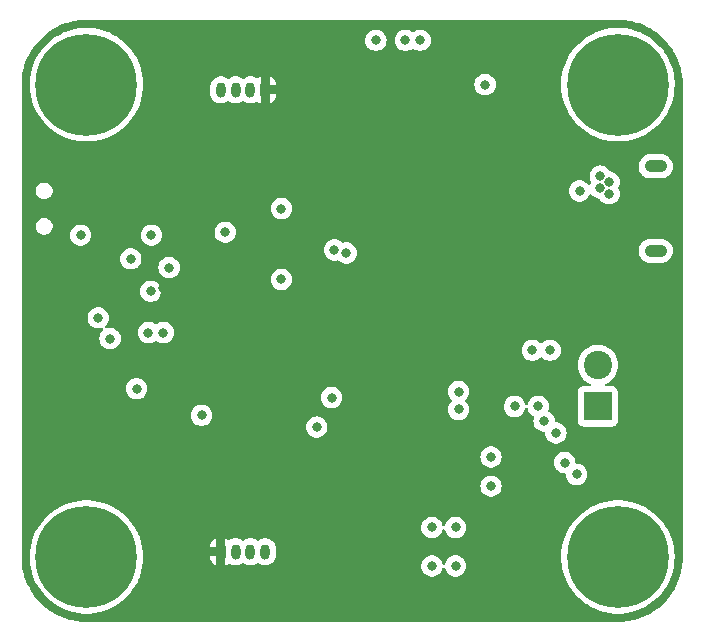
<source format=gbr>
%TF.GenerationSoftware,KiCad,Pcbnew,7.0.5*%
%TF.CreationDate,2023-06-12T20:17:58-07:00*%
%TF.ProjectId,kicad_tutorial,6b696361-645f-4747-9574-6f7269616c2e,rev?*%
%TF.SameCoordinates,Original*%
%TF.FileFunction,Copper,L3,Inr*%
%TF.FilePolarity,Positive*%
%FSLAX46Y46*%
G04 Gerber Fmt 4.6, Leading zero omitted, Abs format (unit mm)*
G04 Created by KiCad (PCBNEW 7.0.5) date 2023-06-12 20:17:58*
%MOMM*%
%LPD*%
G01*
G04 APERTURE LIST*
G04 Aperture macros list*
%AMRoundRect*
0 Rectangle with rounded corners*
0 $1 Rounding radius*
0 $2 $3 $4 $5 $6 $7 $8 $9 X,Y pos of 4 corners*
0 Add a 4 corners polygon primitive as box body*
4,1,4,$2,$3,$4,$5,$6,$7,$8,$9,$2,$3,0*
0 Add four circle primitives for the rounded corners*
1,1,$1+$1,$2,$3*
1,1,$1+$1,$4,$5*
1,1,$1+$1,$6,$7*
1,1,$1+$1,$8,$9*
0 Add four rect primitives between the rounded corners*
20,1,$1+$1,$2,$3,$4,$5,0*
20,1,$1+$1,$4,$5,$6,$7,0*
20,1,$1+$1,$6,$7,$8,$9,0*
20,1,$1+$1,$8,$9,$2,$3,0*%
G04 Aperture macros list end*
%TA.AperFunction,ComponentPad*%
%ADD10RoundRect,0.200000X-0.200000X-0.450000X0.200000X-0.450000X0.200000X0.450000X-0.200000X0.450000X0*%
%TD*%
%TA.AperFunction,ComponentPad*%
%ADD11O,0.800000X1.300000*%
%TD*%
%TA.AperFunction,ComponentPad*%
%ADD12C,0.900000*%
%TD*%
%TA.AperFunction,ComponentPad*%
%ADD13C,8.600000*%
%TD*%
%TA.AperFunction,ComponentPad*%
%ADD14RoundRect,0.200000X0.200000X0.450000X-0.200000X0.450000X-0.200000X-0.450000X0.200000X-0.450000X0*%
%TD*%
%TA.AperFunction,ComponentPad*%
%ADD15R,2.400000X2.400000*%
%TD*%
%TA.AperFunction,ComponentPad*%
%ADD16C,2.400000*%
%TD*%
%TA.AperFunction,ComponentPad*%
%ADD17O,1.900000X1.050000*%
%TD*%
%TA.AperFunction,ViaPad*%
%ADD18C,0.800000*%
%TD*%
G04 APERTURE END LIST*
D10*
%TO.N,+3.3V*%
%TO.C,J4*%
X137125000Y-119050000D03*
D11*
%TO.N,UART3_TX*%
X138375000Y-119050000D03*
%TO.N,UART3_RX*%
X139625000Y-119050000D03*
%TO.N,GND*%
X140875000Y-119050000D03*
%TD*%
D12*
%TO.N,GND*%
%TO.C,H3*%
X122525000Y-119500000D03*
X123469581Y-117219581D03*
X123469581Y-121780419D03*
X125750000Y-116275000D03*
D13*
X125750000Y-119500000D03*
D12*
X125750000Y-122725000D03*
X128030419Y-117219581D03*
X128030419Y-121780419D03*
X128975000Y-119500000D03*
%TD*%
D14*
%TO.N,+3.3V*%
%TO.C,J3*%
X140875000Y-79950000D03*
D11*
%TO.N,I2C1_SCL*%
X139625000Y-79950000D03*
%TO.N,I2C1_SDA*%
X138375000Y-79950000D03*
%TO.N,GND*%
X137125000Y-79950000D03*
%TD*%
D12*
%TO.N,GND*%
%TO.C,H4*%
X122525000Y-79500000D03*
X123469581Y-77219581D03*
X123469581Y-81780419D03*
X125750000Y-76275000D03*
D13*
X125750000Y-79500000D03*
D12*
X125750000Y-82725000D03*
X128030419Y-77219581D03*
X128030419Y-81780419D03*
X128975000Y-79500000D03*
%TD*%
%TO.N,GND*%
%TO.C,H1*%
X167525000Y-79500000D03*
X168469581Y-77219581D03*
X168469581Y-81780419D03*
X170750000Y-76275000D03*
D13*
X170750000Y-79500000D03*
D12*
X170750000Y-82725000D03*
X173030419Y-77219581D03*
X173030419Y-81780419D03*
X173975000Y-79500000D03*
%TD*%
%TO.N,GND*%
%TO.C,H2*%
X167525000Y-119500000D03*
X168469581Y-117219581D03*
X168469581Y-121780419D03*
X170750000Y-116275000D03*
D13*
X170750000Y-119500000D03*
D12*
X170750000Y-122725000D03*
X173030419Y-117219581D03*
X173030419Y-121780419D03*
X173975000Y-119500000D03*
%TD*%
D15*
%TO.N,+12V*%
%TO.C,J1*%
X169050000Y-106750000D03*
D16*
%TO.N,GND*%
X169050000Y-103250000D03*
%TD*%
D17*
%TO.N,unconnected-(J5-Shield-Pad6)*%
%TO.C,J5*%
X173950000Y-93575000D03*
X173950000Y-86425000D03*
%TD*%
D18*
%TO.N,GND*%
X146750000Y-93500000D03*
X147750000Y-93750000D03*
X165500000Y-109000000D03*
X163500000Y-102000000D03*
X169250000Y-88250000D03*
X155000000Y-120250000D03*
X159500000Y-79500000D03*
X131000000Y-100500000D03*
X154000000Y-75750000D03*
X145250000Y-108500000D03*
X162000000Y-106750000D03*
X130000000Y-105250000D03*
X167500000Y-88500000D03*
X166250000Y-111500000D03*
X125260000Y-92250000D03*
X157000000Y-120250000D03*
X131250000Y-92250000D03*
X157000000Y-117000000D03*
X129500000Y-94250000D03*
X157250000Y-107000000D03*
X135500000Y-107500000D03*
X165000000Y-102000000D03*
X164500000Y-108000000D03*
X164000000Y-106750000D03*
X160000000Y-111020400D03*
X160000000Y-113500000D03*
X169250000Y-87250000D03*
X137500000Y-92000000D03*
X170000000Y-87750000D03*
X127750000Y-101000000D03*
X155000000Y-117000000D03*
X132250000Y-100500000D03*
X170000000Y-88750000D03*
X132750000Y-95000000D03*
X146500000Y-106000000D03*
X150250000Y-75750000D03*
X167250000Y-112500000D03*
X152750000Y-75750000D03*
X157250000Y-105500000D03*
X126750000Y-99250000D03*
X131190000Y-97000000D03*
%TO.N,+3.3V*%
X152000000Y-115500000D03*
X141000000Y-81500000D03*
X133750000Y-91250000D03*
X154000000Y-115500000D03*
X151250000Y-114000000D03*
X152000000Y-118750000D03*
X132250000Y-96750000D03*
X154750000Y-114000000D03*
X154750000Y-112250000D03*
X146750000Y-95250000D03*
X138000000Y-107500000D03*
X125260000Y-87750000D03*
X128750000Y-102500000D03*
X156250000Y-77500000D03*
X144750000Y-104750000D03*
X135750000Y-91250000D03*
X137250000Y-89750000D03*
X161750000Y-114000000D03*
X151250000Y-112250000D03*
X128750000Y-104250000D03*
X159500000Y-77250000D03*
X162750000Y-115000000D03*
X154000000Y-118750000D03*
X140750000Y-89750000D03*
%TO.N,NRST*%
X142250000Y-90000000D03*
X142250000Y-96000000D03*
%TD*%
%TA.AperFunction,Conductor*%
%TO.N,+3.3V*%
G36*
X170751279Y-74000552D02*
G01*
X170967428Y-74009493D01*
X170988030Y-74010392D01*
X171208385Y-74020013D01*
X171213320Y-74020427D01*
X171443212Y-74049083D01*
X171671925Y-74079194D01*
X171676490Y-74079972D01*
X171905404Y-74127970D01*
X172098797Y-74170845D01*
X172128677Y-74177470D01*
X172132939Y-74178575D01*
X172358024Y-74245586D01*
X172575459Y-74314144D01*
X172579315Y-74315502D01*
X172798122Y-74400881D01*
X172799145Y-74401293D01*
X173009004Y-74488219D01*
X173012437Y-74489768D01*
X173223780Y-74593087D01*
X173224903Y-74593653D01*
X173408775Y-74689371D01*
X173426130Y-74698406D01*
X173429239Y-74700139D01*
X173493030Y-74738150D01*
X173631362Y-74820578D01*
X173632842Y-74821490D01*
X173738584Y-74888855D01*
X173823955Y-74943243D01*
X173826669Y-74945074D01*
X174018180Y-75081810D01*
X174019897Y-75083081D01*
X174199600Y-75220971D01*
X174201892Y-75222822D01*
X174361107Y-75357670D01*
X174381476Y-75374921D01*
X174383292Y-75376521D01*
X174550252Y-75529511D01*
X174552183Y-75531359D01*
X174718638Y-75697814D01*
X174720487Y-75699746D01*
X174873477Y-75866706D01*
X174875077Y-75868522D01*
X175027167Y-76048094D01*
X175029045Y-76050421D01*
X175166917Y-76230101D01*
X175168188Y-76231818D01*
X175304924Y-76423329D01*
X175306755Y-76426043D01*
X175375627Y-76534148D01*
X175428486Y-76617120D01*
X175429439Y-76618667D01*
X175549859Y-76820759D01*
X175551592Y-76823868D01*
X175598360Y-76913706D01*
X175656313Y-77025034D01*
X175656946Y-77026288D01*
X175684248Y-77082134D01*
X175760220Y-77237539D01*
X175761792Y-77241024D01*
X175824106Y-77391462D01*
X175848675Y-77450778D01*
X175849153Y-77451967D01*
X175934487Y-77670659D01*
X175935859Y-77674553D01*
X176004434Y-77892043D01*
X176071420Y-78117049D01*
X176072528Y-78121321D01*
X176122042Y-78344658D01*
X176170022Y-78573488D01*
X176170812Y-78578120D01*
X176200908Y-78806728D01*
X176229569Y-79036662D01*
X176229986Y-79041629D01*
X176240511Y-79282687D01*
X176249447Y-79498718D01*
X176249500Y-79501280D01*
X176249500Y-119498719D01*
X176249447Y-119501281D01*
X176240511Y-119717312D01*
X176229986Y-119958369D01*
X176229569Y-119963336D01*
X176200908Y-120193270D01*
X176170812Y-120421878D01*
X176170022Y-120426510D01*
X176122042Y-120655340D01*
X176072528Y-120878677D01*
X176071420Y-120882949D01*
X176004434Y-121107955D01*
X175935859Y-121325445D01*
X175934487Y-121329339D01*
X175849153Y-121548031D01*
X175848675Y-121549220D01*
X175761801Y-121758955D01*
X175760220Y-121762459D01*
X175656973Y-121973657D01*
X175656267Y-121975056D01*
X175551592Y-122176130D01*
X175549859Y-122179239D01*
X175429439Y-122381331D01*
X175428468Y-122382907D01*
X175306755Y-122573955D01*
X175304924Y-122576669D01*
X175168188Y-122768180D01*
X175166917Y-122769897D01*
X175029045Y-122949577D01*
X175027167Y-122951904D01*
X174875077Y-123131476D01*
X174873477Y-123133292D01*
X174720487Y-123300252D01*
X174718616Y-123302207D01*
X174552207Y-123468616D01*
X174550252Y-123470487D01*
X174383292Y-123623477D01*
X174381476Y-123625077D01*
X174201904Y-123777167D01*
X174199577Y-123779045D01*
X174019897Y-123916917D01*
X174018180Y-123918188D01*
X173826669Y-124054924D01*
X173823955Y-124056755D01*
X173632907Y-124178468D01*
X173631331Y-124179439D01*
X173429239Y-124299859D01*
X173426130Y-124301592D01*
X173257589Y-124389330D01*
X173225028Y-124406280D01*
X173223657Y-124406973D01*
X173012459Y-124510220D01*
X173008955Y-124511801D01*
X172799220Y-124598675D01*
X172798031Y-124599153D01*
X172579339Y-124684487D01*
X172575445Y-124685859D01*
X172357955Y-124754434D01*
X172132949Y-124821420D01*
X172128677Y-124822528D01*
X171905340Y-124872042D01*
X171676510Y-124920022D01*
X171671878Y-124920812D01*
X171443270Y-124950908D01*
X171213336Y-124979569D01*
X171208369Y-124979986D01*
X170967422Y-124990506D01*
X170755874Y-124999257D01*
X170751280Y-124999447D01*
X170748720Y-124999500D01*
X125751280Y-124999500D01*
X125748719Y-124999447D01*
X125743779Y-124999242D01*
X125532576Y-124990506D01*
X125291629Y-124979986D01*
X125286662Y-124979569D01*
X125056728Y-124950908D01*
X124865637Y-124925751D01*
X124828116Y-124920811D01*
X124823488Y-124920022D01*
X124594658Y-124872042D01*
X124371321Y-124822528D01*
X124367049Y-124821420D01*
X124142043Y-124754434D01*
X123924553Y-124685859D01*
X123920659Y-124684487D01*
X123701967Y-124599153D01*
X123700778Y-124598675D01*
X123641462Y-124574106D01*
X123491024Y-124511792D01*
X123487539Y-124510220D01*
X123444847Y-124489349D01*
X123276288Y-124406946D01*
X123275034Y-124406313D01*
X123163706Y-124348360D01*
X123073868Y-124301592D01*
X123070759Y-124299859D01*
X122868667Y-124179439D01*
X122867120Y-124178486D01*
X122793807Y-124131780D01*
X122676043Y-124056755D01*
X122673329Y-124054924D01*
X122481818Y-123918188D01*
X122480101Y-123916917D01*
X122368876Y-123831572D01*
X122300409Y-123779035D01*
X122298094Y-123777167D01*
X122118522Y-123625077D01*
X122116706Y-123623477D01*
X121949746Y-123470487D01*
X121947814Y-123468638D01*
X121781359Y-123302183D01*
X121779511Y-123300252D01*
X121626521Y-123133292D01*
X121624921Y-123131476D01*
X121562698Y-123058009D01*
X121472822Y-122951892D01*
X121470971Y-122949600D01*
X121333081Y-122769897D01*
X121331810Y-122768180D01*
X121195074Y-122576669D01*
X121193243Y-122573955D01*
X121172294Y-122541072D01*
X121071490Y-122382842D01*
X121070578Y-122381362D01*
X120950139Y-122179239D01*
X120948406Y-122176130D01*
X120939371Y-122158775D01*
X120843653Y-121974903D01*
X120843087Y-121973780D01*
X120739768Y-121762437D01*
X120738219Y-121759004D01*
X120651293Y-121549145D01*
X120650881Y-121548122D01*
X120565502Y-121329315D01*
X120564144Y-121325459D01*
X120495586Y-121108024D01*
X120428575Y-120882939D01*
X120427470Y-120878677D01*
X120405237Y-120778391D01*
X120377957Y-120655340D01*
X120329972Y-120426490D01*
X120329194Y-120421925D01*
X120299083Y-120193212D01*
X120270427Y-119963320D01*
X120270013Y-119958385D01*
X120259488Y-119717312D01*
X120255757Y-119627107D01*
X120250550Y-119501232D01*
X120250525Y-119500003D01*
X120944661Y-119500003D01*
X120964005Y-119930737D01*
X120964005Y-119930745D01*
X120964006Y-119930747D01*
X120990131Y-120123607D01*
X121021885Y-120358027D01*
X121117830Y-120778391D01*
X121251073Y-121188472D01*
X121251076Y-121188480D01*
X121420533Y-121584947D01*
X121420537Y-121584955D01*
X121420539Y-121584958D01*
X121624863Y-121964655D01*
X121624867Y-121964661D01*
X121624867Y-121964662D01*
X121862394Y-122324501D01*
X121862404Y-122324514D01*
X122131225Y-122661607D01*
X122131235Y-122661618D01*
X122131236Y-122661619D01*
X122429210Y-122973274D01*
X122753920Y-123256965D01*
X122753930Y-123256972D01*
X122753931Y-123256973D01*
X123045232Y-123468616D01*
X123102753Y-123510407D01*
X123472900Y-123731560D01*
X123472903Y-123731561D01*
X123472904Y-123731562D01*
X123472906Y-123731563D01*
X123861372Y-123918639D01*
X123861386Y-123918645D01*
X124265055Y-124070144D01*
X124265059Y-124070145D01*
X124265069Y-124070149D01*
X124680711Y-124184859D01*
X125104964Y-124261850D01*
X125534409Y-124300500D01*
X125534416Y-124300500D01*
X125965584Y-124300500D01*
X125965591Y-124300500D01*
X126395036Y-124261850D01*
X126819289Y-124184859D01*
X127234931Y-124070149D01*
X127638619Y-123918643D01*
X128027100Y-123731560D01*
X128397247Y-123510407D01*
X128746080Y-123256965D01*
X129070790Y-122973274D01*
X129368764Y-122661619D01*
X129438674Y-122573955D01*
X129505188Y-122490547D01*
X129637601Y-122324507D01*
X129875137Y-121964655D01*
X130079461Y-121584958D01*
X130095245Y-121548031D01*
X130123005Y-121483079D01*
X130248926Y-121188475D01*
X130382168Y-120778397D01*
X130478115Y-120358026D01*
X130492748Y-120250000D01*
X154094540Y-120250000D01*
X154114326Y-120438256D01*
X154114327Y-120438259D01*
X154172818Y-120618277D01*
X154172821Y-120618284D01*
X154267467Y-120782216D01*
X154354321Y-120878677D01*
X154394129Y-120922888D01*
X154547265Y-121034148D01*
X154547270Y-121034151D01*
X154720192Y-121111142D01*
X154720197Y-121111144D01*
X154905354Y-121150500D01*
X154905355Y-121150500D01*
X155094644Y-121150500D01*
X155094646Y-121150500D01*
X155279803Y-121111144D01*
X155452730Y-121034151D01*
X155605871Y-120922888D01*
X155732533Y-120782216D01*
X155827179Y-120618284D01*
X155882068Y-120449351D01*
X155921506Y-120391675D01*
X155985865Y-120364477D01*
X156054711Y-120376392D01*
X156106187Y-120423636D01*
X156117931Y-120449351D01*
X156172818Y-120618277D01*
X156172821Y-120618284D01*
X156267467Y-120782216D01*
X156354321Y-120878677D01*
X156394129Y-120922888D01*
X156547265Y-121034148D01*
X156547270Y-121034151D01*
X156720192Y-121111142D01*
X156720197Y-121111144D01*
X156905354Y-121150500D01*
X156905355Y-121150500D01*
X157094644Y-121150500D01*
X157094646Y-121150500D01*
X157279803Y-121111144D01*
X157452730Y-121034151D01*
X157605871Y-120922888D01*
X157732533Y-120782216D01*
X157827179Y-120618284D01*
X157885674Y-120438256D01*
X157905460Y-120250000D01*
X157885674Y-120061744D01*
X157827179Y-119881716D01*
X157732533Y-119717784D01*
X157605871Y-119577112D01*
X157577614Y-119556582D01*
X157499740Y-119500003D01*
X165944660Y-119500003D01*
X165964005Y-119930737D01*
X165964005Y-119930745D01*
X165964006Y-119930747D01*
X165990131Y-120123607D01*
X166021885Y-120358027D01*
X166117830Y-120778391D01*
X166251073Y-121188472D01*
X166251076Y-121188480D01*
X166420533Y-121584947D01*
X166420537Y-121584955D01*
X166420539Y-121584958D01*
X166624863Y-121964655D01*
X166624867Y-121964661D01*
X166624867Y-121964662D01*
X166862394Y-122324501D01*
X166862404Y-122324514D01*
X167131225Y-122661607D01*
X167131235Y-122661618D01*
X167131236Y-122661619D01*
X167429210Y-122973274D01*
X167753920Y-123256965D01*
X167753930Y-123256972D01*
X167753931Y-123256973D01*
X168045232Y-123468616D01*
X168102753Y-123510407D01*
X168472900Y-123731560D01*
X168472903Y-123731561D01*
X168472904Y-123731562D01*
X168472906Y-123731563D01*
X168861372Y-123918639D01*
X168861386Y-123918645D01*
X169265055Y-124070144D01*
X169265059Y-124070145D01*
X169265069Y-124070149D01*
X169680711Y-124184859D01*
X170104964Y-124261850D01*
X170534409Y-124300500D01*
X170534416Y-124300500D01*
X170965584Y-124300500D01*
X170965591Y-124300500D01*
X171395036Y-124261850D01*
X171819289Y-124184859D01*
X172234931Y-124070149D01*
X172638619Y-123918643D01*
X173027100Y-123731560D01*
X173397247Y-123510407D01*
X173746080Y-123256965D01*
X174070790Y-122973274D01*
X174368764Y-122661619D01*
X174438674Y-122573955D01*
X174505188Y-122490547D01*
X174637601Y-122324507D01*
X174875137Y-121964655D01*
X175079461Y-121584958D01*
X175095245Y-121548031D01*
X175123005Y-121483079D01*
X175248926Y-121188475D01*
X175382168Y-120778397D01*
X175478115Y-120358026D01*
X175535994Y-119930747D01*
X175555230Y-119502427D01*
X175555339Y-119500003D01*
X175555339Y-119499996D01*
X175546357Y-119300000D01*
X175535994Y-119069253D01*
X175478115Y-118641974D01*
X175382168Y-118221603D01*
X175248926Y-117811525D01*
X175129543Y-117532214D01*
X175079466Y-117415052D01*
X175079462Y-117415044D01*
X175054299Y-117368284D01*
X174875137Y-117035345D01*
X174758287Y-116858324D01*
X174637605Y-116675498D01*
X174637595Y-116675485D01*
X174368774Y-116338392D01*
X174368762Y-116338379D01*
X174070794Y-116026730D01*
X174070793Y-116026729D01*
X174070790Y-116026726D01*
X173746080Y-115743035D01*
X173746068Y-115743026D01*
X173397256Y-115489599D01*
X173397251Y-115489596D01*
X173397247Y-115489593D01*
X173027100Y-115268440D01*
X173027095Y-115268437D01*
X173027093Y-115268436D01*
X172638627Y-115081360D01*
X172638613Y-115081354D01*
X172234944Y-114929855D01*
X172234919Y-114929847D01*
X171819295Y-114815142D01*
X171395043Y-114738151D01*
X171395040Y-114738150D01*
X171395036Y-114738150D01*
X170965591Y-114699500D01*
X170534409Y-114699500D01*
X170104964Y-114738150D01*
X170104960Y-114738150D01*
X170104956Y-114738151D01*
X169680704Y-114815142D01*
X169265080Y-114929847D01*
X169265055Y-114929855D01*
X168861386Y-115081354D01*
X168861372Y-115081360D01*
X168472906Y-115268436D01*
X168472904Y-115268437D01*
X168102743Y-115489599D01*
X167753931Y-115743026D01*
X167753914Y-115743039D01*
X167429210Y-116026726D01*
X167429205Y-116026730D01*
X167131237Y-116338379D01*
X167131225Y-116338392D01*
X166862404Y-116675485D01*
X166862394Y-116675498D01*
X166624867Y-117035337D01*
X166624867Y-117035338D01*
X166420537Y-117415044D01*
X166420533Y-117415052D01*
X166251076Y-117811519D01*
X166251073Y-117811527D01*
X166117830Y-118221608D01*
X166021885Y-118641972D01*
X165964006Y-119069253D01*
X165964005Y-119069262D01*
X165944660Y-119499996D01*
X165944660Y-119500003D01*
X157499740Y-119500003D01*
X157452734Y-119465851D01*
X157452729Y-119465848D01*
X157279807Y-119388857D01*
X157279802Y-119388855D01*
X157134000Y-119357865D01*
X157094646Y-119349500D01*
X156905354Y-119349500D01*
X156872897Y-119356398D01*
X156720197Y-119388855D01*
X156720192Y-119388857D01*
X156547270Y-119465848D01*
X156547265Y-119465851D01*
X156394129Y-119577111D01*
X156267466Y-119717785D01*
X156172821Y-119881715D01*
X156172818Y-119881722D01*
X156117931Y-120050648D01*
X156078493Y-120108324D01*
X156014135Y-120135522D01*
X155945288Y-120123607D01*
X155893813Y-120076363D01*
X155882069Y-120050648D01*
X155827181Y-119881722D01*
X155827180Y-119881721D01*
X155827179Y-119881716D01*
X155732533Y-119717784D01*
X155605871Y-119577112D01*
X155577614Y-119556582D01*
X155452734Y-119465851D01*
X155452729Y-119465848D01*
X155279807Y-119388857D01*
X155279802Y-119388855D01*
X155134000Y-119357865D01*
X155094646Y-119349500D01*
X154905354Y-119349500D01*
X154872897Y-119356398D01*
X154720197Y-119388855D01*
X154720192Y-119388857D01*
X154547270Y-119465848D01*
X154547265Y-119465851D01*
X154394129Y-119577111D01*
X154267466Y-119717785D01*
X154172821Y-119881715D01*
X154172818Y-119881722D01*
X154143197Y-119972888D01*
X154114326Y-120061744D01*
X154094540Y-120250000D01*
X130492748Y-120250000D01*
X130535994Y-119930747D01*
X130555230Y-119502427D01*
X130555339Y-119500003D01*
X130555339Y-119499996D01*
X130551971Y-119425000D01*
X136225001Y-119425000D01*
X136225001Y-119556582D01*
X136231408Y-119627102D01*
X136231409Y-119627107D01*
X136281981Y-119789396D01*
X136369927Y-119934877D01*
X136490122Y-120055072D01*
X136635604Y-120143019D01*
X136635603Y-120143019D01*
X136749999Y-120178666D01*
X136750000Y-120178666D01*
X136750000Y-119425000D01*
X136225001Y-119425000D01*
X130551971Y-119425000D01*
X130548476Y-119347192D01*
X137474500Y-119347192D01*
X137489326Y-119488256D01*
X137493931Y-119502430D01*
X137500000Y-119540746D01*
X137500000Y-120178666D01*
X137614395Y-120143019D01*
X137756228Y-120057278D01*
X137823782Y-120039442D01*
X137890256Y-120060959D01*
X137893263Y-120063077D01*
X137922265Y-120084148D01*
X137922270Y-120084151D01*
X138095192Y-120161142D01*
X138095197Y-120161144D01*
X138280354Y-120200500D01*
X138280355Y-120200500D01*
X138469644Y-120200500D01*
X138469646Y-120200500D01*
X138654803Y-120161144D01*
X138827730Y-120084151D01*
X138927114Y-120011944D01*
X138992921Y-119988464D01*
X139060975Y-120004289D01*
X139072885Y-120011944D01*
X139172265Y-120084148D01*
X139172270Y-120084151D01*
X139345192Y-120161142D01*
X139345197Y-120161144D01*
X139530354Y-120200500D01*
X139530355Y-120200500D01*
X139719644Y-120200500D01*
X139719646Y-120200500D01*
X139904803Y-120161144D01*
X140077730Y-120084151D01*
X140177114Y-120011944D01*
X140242921Y-119988464D01*
X140310975Y-120004289D01*
X140322885Y-120011944D01*
X140422265Y-120084148D01*
X140422270Y-120084151D01*
X140595192Y-120161142D01*
X140595197Y-120161144D01*
X140780354Y-120200500D01*
X140780355Y-120200500D01*
X140969644Y-120200500D01*
X140969646Y-120200500D01*
X141154803Y-120161144D01*
X141327730Y-120084151D01*
X141480871Y-119972888D01*
X141607533Y-119832216D01*
X141702179Y-119668284D01*
X141760674Y-119488256D01*
X141775500Y-119347192D01*
X141775500Y-118752808D01*
X141760674Y-118611744D01*
X141702179Y-118431716D01*
X141607533Y-118267784D01*
X141480871Y-118127112D01*
X141480870Y-118127111D01*
X141327734Y-118015851D01*
X141327729Y-118015848D01*
X141154807Y-117938857D01*
X141154802Y-117938855D01*
X141009001Y-117907865D01*
X140969646Y-117899500D01*
X140780354Y-117899500D01*
X140747897Y-117906398D01*
X140595197Y-117938855D01*
X140595192Y-117938857D01*
X140422271Y-118015848D01*
X140322885Y-118088056D01*
X140257078Y-118111535D01*
X140189025Y-118095709D01*
X140177115Y-118088056D01*
X140139052Y-118060402D01*
X140077730Y-118015849D01*
X140077728Y-118015848D01*
X140077729Y-118015848D01*
X139904807Y-117938857D01*
X139904802Y-117938855D01*
X139759001Y-117907865D01*
X139719646Y-117899500D01*
X139530354Y-117899500D01*
X139497897Y-117906398D01*
X139345197Y-117938855D01*
X139345192Y-117938857D01*
X139172270Y-118015848D01*
X139172266Y-118015850D01*
X139072883Y-118088056D01*
X139007077Y-118111535D01*
X138939023Y-118095709D01*
X138927114Y-118088055D01*
X138827734Y-118015851D01*
X138827729Y-118015848D01*
X138654807Y-117938857D01*
X138654802Y-117938855D01*
X138509000Y-117907865D01*
X138469646Y-117899500D01*
X138280354Y-117899500D01*
X138247897Y-117906398D01*
X138095197Y-117938855D01*
X138095192Y-117938857D01*
X137922272Y-118015848D01*
X137922270Y-118015849D01*
X137912654Y-118022835D01*
X137893260Y-118036925D01*
X137827452Y-118060402D01*
X137759399Y-118044574D01*
X137756228Y-118042721D01*
X137614396Y-117956981D01*
X137614394Y-117956980D01*
X137500000Y-117921332D01*
X137500000Y-118559253D01*
X137493930Y-118597571D01*
X137489326Y-118611744D01*
X137474500Y-118752808D01*
X137474500Y-119347192D01*
X130548476Y-119347192D01*
X130546357Y-119300000D01*
X130535994Y-119069253D01*
X130533386Y-119050000D01*
X136870102Y-119050000D01*
X136889505Y-119147545D01*
X136944760Y-119230240D01*
X137027455Y-119285495D01*
X137100376Y-119300000D01*
X137149624Y-119300000D01*
X137222545Y-119285495D01*
X137305240Y-119230240D01*
X137360495Y-119147545D01*
X137379898Y-119050000D01*
X137360495Y-118952455D01*
X137305240Y-118869760D01*
X137222545Y-118814505D01*
X137149624Y-118800000D01*
X137100376Y-118800000D01*
X137027455Y-118814505D01*
X136944760Y-118869760D01*
X136889505Y-118952455D01*
X136870102Y-119050000D01*
X130533386Y-119050000D01*
X130482589Y-118675000D01*
X136225000Y-118675000D01*
X136750000Y-118675000D01*
X136750000Y-117921333D01*
X136749999Y-117921332D01*
X136635605Y-117956980D01*
X136635603Y-117956981D01*
X136490122Y-118044927D01*
X136369927Y-118165122D01*
X136281980Y-118310604D01*
X136231409Y-118472893D01*
X136225000Y-118543427D01*
X136225000Y-118675000D01*
X130482589Y-118675000D01*
X130478115Y-118641974D01*
X130382168Y-118221603D01*
X130248926Y-117811525D01*
X130129543Y-117532214D01*
X130079466Y-117415052D01*
X130079462Y-117415044D01*
X130054299Y-117368284D01*
X129875137Y-117035345D01*
X129851806Y-117000000D01*
X154094540Y-117000000D01*
X154114326Y-117188256D01*
X154114327Y-117188259D01*
X154172818Y-117368277D01*
X154172821Y-117368284D01*
X154267467Y-117532216D01*
X154394128Y-117672887D01*
X154394129Y-117672888D01*
X154547265Y-117784148D01*
X154547270Y-117784151D01*
X154720192Y-117861142D01*
X154720197Y-117861144D01*
X154905354Y-117900500D01*
X154905355Y-117900500D01*
X155094644Y-117900500D01*
X155094646Y-117900500D01*
X155279803Y-117861144D01*
X155452730Y-117784151D01*
X155605871Y-117672888D01*
X155732533Y-117532216D01*
X155827179Y-117368284D01*
X155882068Y-117199351D01*
X155921506Y-117141675D01*
X155985865Y-117114477D01*
X156054711Y-117126392D01*
X156106187Y-117173636D01*
X156117931Y-117199351D01*
X156172818Y-117368277D01*
X156172821Y-117368284D01*
X156267467Y-117532216D01*
X156394128Y-117672887D01*
X156394129Y-117672888D01*
X156547265Y-117784148D01*
X156547270Y-117784151D01*
X156720192Y-117861142D01*
X156720197Y-117861144D01*
X156905354Y-117900500D01*
X156905355Y-117900500D01*
X157094644Y-117900500D01*
X157094646Y-117900500D01*
X157279803Y-117861144D01*
X157452730Y-117784151D01*
X157605871Y-117672888D01*
X157732533Y-117532216D01*
X157827179Y-117368284D01*
X157885674Y-117188256D01*
X157905460Y-117000000D01*
X157885674Y-116811744D01*
X157827179Y-116631716D01*
X157732533Y-116467784D01*
X157605871Y-116327112D01*
X157605870Y-116327111D01*
X157452734Y-116215851D01*
X157452729Y-116215848D01*
X157279807Y-116138857D01*
X157279802Y-116138855D01*
X157134001Y-116107865D01*
X157094646Y-116099500D01*
X156905354Y-116099500D01*
X156872897Y-116106398D01*
X156720197Y-116138855D01*
X156720192Y-116138857D01*
X156547270Y-116215848D01*
X156547265Y-116215851D01*
X156394129Y-116327111D01*
X156267466Y-116467785D01*
X156172821Y-116631715D01*
X156172818Y-116631722D01*
X156117931Y-116800648D01*
X156078493Y-116858324D01*
X156014135Y-116885522D01*
X155945288Y-116873607D01*
X155893813Y-116826363D01*
X155882069Y-116800648D01*
X155827181Y-116631722D01*
X155827180Y-116631721D01*
X155827179Y-116631716D01*
X155732533Y-116467784D01*
X155605871Y-116327112D01*
X155605870Y-116327111D01*
X155452734Y-116215851D01*
X155452729Y-116215848D01*
X155279807Y-116138857D01*
X155279802Y-116138855D01*
X155134000Y-116107865D01*
X155094646Y-116099500D01*
X154905354Y-116099500D01*
X154872897Y-116106398D01*
X154720197Y-116138855D01*
X154720192Y-116138857D01*
X154547270Y-116215848D01*
X154547265Y-116215851D01*
X154394129Y-116327111D01*
X154267466Y-116467785D01*
X154172821Y-116631715D01*
X154172818Y-116631722D01*
X154117931Y-116800648D01*
X154114326Y-116811744D01*
X154094540Y-117000000D01*
X129851806Y-117000000D01*
X129758287Y-116858324D01*
X129637605Y-116675498D01*
X129637595Y-116675485D01*
X129368774Y-116338392D01*
X129368762Y-116338379D01*
X129070794Y-116026730D01*
X129070793Y-116026729D01*
X129070790Y-116026726D01*
X128746080Y-115743035D01*
X128746068Y-115743026D01*
X128397256Y-115489599D01*
X128397251Y-115489596D01*
X128397247Y-115489593D01*
X128027100Y-115268440D01*
X128027095Y-115268437D01*
X128027093Y-115268436D01*
X127638627Y-115081360D01*
X127638613Y-115081354D01*
X127234944Y-114929855D01*
X127234919Y-114929847D01*
X126819295Y-114815142D01*
X126395043Y-114738151D01*
X126395040Y-114738150D01*
X126395036Y-114738150D01*
X125965591Y-114699500D01*
X125534409Y-114699500D01*
X125104964Y-114738150D01*
X125104960Y-114738150D01*
X125104956Y-114738151D01*
X124680704Y-114815142D01*
X124265080Y-114929847D01*
X124265055Y-114929855D01*
X123861386Y-115081354D01*
X123861372Y-115081360D01*
X123472906Y-115268436D01*
X123472904Y-115268437D01*
X123102743Y-115489599D01*
X122753931Y-115743026D01*
X122753914Y-115743039D01*
X122429210Y-116026726D01*
X122429205Y-116026730D01*
X122131237Y-116338379D01*
X122131225Y-116338392D01*
X121862404Y-116675485D01*
X121862394Y-116675498D01*
X121624867Y-117035337D01*
X121624867Y-117035338D01*
X121420537Y-117415044D01*
X121420533Y-117415052D01*
X121251076Y-117811519D01*
X121251073Y-117811527D01*
X121117830Y-118221608D01*
X121021885Y-118641972D01*
X120964006Y-119069253D01*
X120964005Y-119069262D01*
X120944661Y-119499996D01*
X120944661Y-119500003D01*
X120250525Y-119500003D01*
X120250500Y-119498768D01*
X120250500Y-113500000D01*
X159094540Y-113500000D01*
X159114326Y-113688256D01*
X159114327Y-113688259D01*
X159172818Y-113868277D01*
X159172821Y-113868284D01*
X159267467Y-114032216D01*
X159394129Y-114172887D01*
X159394129Y-114172888D01*
X159547265Y-114284148D01*
X159547270Y-114284151D01*
X159720192Y-114361142D01*
X159720197Y-114361144D01*
X159905354Y-114400500D01*
X159905355Y-114400500D01*
X160094644Y-114400500D01*
X160094646Y-114400500D01*
X160279803Y-114361144D01*
X160452730Y-114284151D01*
X160605871Y-114172888D01*
X160732533Y-114032216D01*
X160827179Y-113868284D01*
X160885674Y-113688256D01*
X160905460Y-113500000D01*
X160885674Y-113311744D01*
X160827179Y-113131716D01*
X160732533Y-112967784D01*
X160605871Y-112827112D01*
X160605870Y-112827111D01*
X160452734Y-112715851D01*
X160452729Y-112715848D01*
X160279807Y-112638857D01*
X160279802Y-112638855D01*
X160134001Y-112607865D01*
X160094646Y-112599500D01*
X159905354Y-112599500D01*
X159872897Y-112606398D01*
X159720197Y-112638855D01*
X159720192Y-112638857D01*
X159547270Y-112715848D01*
X159547265Y-112715851D01*
X159394129Y-112827111D01*
X159267466Y-112967785D01*
X159172821Y-113131715D01*
X159172818Y-113131722D01*
X159114327Y-113311740D01*
X159114326Y-113311744D01*
X159094540Y-113500000D01*
X120250500Y-113500000D01*
X120250500Y-111020400D01*
X159094540Y-111020400D01*
X159114326Y-111208656D01*
X159114327Y-111208659D01*
X159172818Y-111388677D01*
X159172821Y-111388684D01*
X159267467Y-111552616D01*
X159309682Y-111599500D01*
X159394129Y-111693288D01*
X159547265Y-111804548D01*
X159547270Y-111804551D01*
X159720192Y-111881542D01*
X159720197Y-111881544D01*
X159905354Y-111920900D01*
X159905355Y-111920900D01*
X160094644Y-111920900D01*
X160094646Y-111920900D01*
X160279803Y-111881544D01*
X160452730Y-111804551D01*
X160605871Y-111693288D01*
X160732533Y-111552616D01*
X160762911Y-111500000D01*
X165344540Y-111500000D01*
X165364326Y-111688256D01*
X165364327Y-111688259D01*
X165422818Y-111868277D01*
X165422821Y-111868284D01*
X165517467Y-112032216D01*
X165607063Y-112131722D01*
X165644129Y-112172888D01*
X165797265Y-112284148D01*
X165797270Y-112284151D01*
X165970192Y-112361142D01*
X165970197Y-112361144D01*
X166155354Y-112400500D01*
X166155355Y-112400500D01*
X166222432Y-112400500D01*
X166289471Y-112420185D01*
X166335226Y-112472989D01*
X166345752Y-112511535D01*
X166364326Y-112688256D01*
X166364327Y-112688259D01*
X166422818Y-112868277D01*
X166422821Y-112868284D01*
X166517467Y-113032216D01*
X166607063Y-113131722D01*
X166644129Y-113172888D01*
X166797265Y-113284148D01*
X166797270Y-113284151D01*
X166970192Y-113361142D01*
X166970197Y-113361144D01*
X167155354Y-113400500D01*
X167155355Y-113400500D01*
X167344644Y-113400500D01*
X167344646Y-113400500D01*
X167529803Y-113361144D01*
X167702730Y-113284151D01*
X167855871Y-113172888D01*
X167982533Y-113032216D01*
X168077179Y-112868284D01*
X168135674Y-112688256D01*
X168155460Y-112500000D01*
X168135674Y-112311744D01*
X168077179Y-112131716D01*
X167982533Y-111967784D01*
X167855871Y-111827112D01*
X167855870Y-111827111D01*
X167702734Y-111715851D01*
X167702729Y-111715848D01*
X167529807Y-111638857D01*
X167529802Y-111638855D01*
X167384000Y-111607865D01*
X167344646Y-111599500D01*
X167277568Y-111599500D01*
X167210529Y-111579815D01*
X167164774Y-111527011D01*
X167154247Y-111488462D01*
X167135674Y-111311744D01*
X167077179Y-111131716D01*
X166982533Y-110967784D01*
X166855871Y-110827112D01*
X166855870Y-110827111D01*
X166702734Y-110715851D01*
X166702729Y-110715848D01*
X166529807Y-110638857D01*
X166529802Y-110638855D01*
X166384000Y-110607865D01*
X166344646Y-110599500D01*
X166155354Y-110599500D01*
X166122897Y-110606398D01*
X165970197Y-110638855D01*
X165970192Y-110638857D01*
X165797270Y-110715848D01*
X165797265Y-110715851D01*
X165644129Y-110827111D01*
X165517466Y-110967785D01*
X165422821Y-111131715D01*
X165422818Y-111131722D01*
X165364327Y-111311740D01*
X165364326Y-111311744D01*
X165344540Y-111500000D01*
X160762911Y-111500000D01*
X160827179Y-111388684D01*
X160885674Y-111208656D01*
X160905460Y-111020400D01*
X160885674Y-110832144D01*
X160827179Y-110652116D01*
X160732533Y-110488184D01*
X160605871Y-110347512D01*
X160605870Y-110347511D01*
X160452734Y-110236251D01*
X160452729Y-110236248D01*
X160279807Y-110159257D01*
X160279802Y-110159255D01*
X160134000Y-110128265D01*
X160094646Y-110119900D01*
X159905354Y-110119900D01*
X159872897Y-110126798D01*
X159720197Y-110159255D01*
X159720192Y-110159257D01*
X159547270Y-110236248D01*
X159547265Y-110236251D01*
X159394129Y-110347511D01*
X159267466Y-110488185D01*
X159172821Y-110652115D01*
X159172818Y-110652122D01*
X159115961Y-110827111D01*
X159114326Y-110832144D01*
X159094540Y-111020400D01*
X120250500Y-111020400D01*
X120250500Y-108500000D01*
X144344540Y-108500000D01*
X144364326Y-108688256D01*
X144364327Y-108688259D01*
X144422818Y-108868277D01*
X144422821Y-108868284D01*
X144517467Y-109032216D01*
X144644128Y-109172887D01*
X144644129Y-109172888D01*
X144797265Y-109284148D01*
X144797270Y-109284151D01*
X144970192Y-109361142D01*
X144970197Y-109361144D01*
X145155354Y-109400500D01*
X145155355Y-109400500D01*
X145344644Y-109400500D01*
X145344646Y-109400500D01*
X145529803Y-109361144D01*
X145702730Y-109284151D01*
X145855871Y-109172888D01*
X145982533Y-109032216D01*
X146077179Y-108868284D01*
X146135674Y-108688256D01*
X146155460Y-108500000D01*
X146135674Y-108311744D01*
X146077179Y-108131716D01*
X145982533Y-107967784D01*
X145855871Y-107827112D01*
X145834719Y-107811744D01*
X145702734Y-107715851D01*
X145702729Y-107715848D01*
X145529807Y-107638857D01*
X145529802Y-107638855D01*
X145384000Y-107607865D01*
X145344646Y-107599500D01*
X145155354Y-107599500D01*
X145122897Y-107606398D01*
X144970197Y-107638855D01*
X144970192Y-107638857D01*
X144797270Y-107715848D01*
X144797265Y-107715851D01*
X144644129Y-107827111D01*
X144517466Y-107967785D01*
X144422821Y-108131715D01*
X144422818Y-108131722D01*
X144364327Y-108311740D01*
X144364326Y-108311744D01*
X144344540Y-108500000D01*
X120250500Y-108500000D01*
X120250500Y-107500000D01*
X134594540Y-107500000D01*
X134614326Y-107688256D01*
X134614327Y-107688259D01*
X134672818Y-107868277D01*
X134672821Y-107868284D01*
X134767467Y-108032216D01*
X134863487Y-108138857D01*
X134894129Y-108172888D01*
X135047265Y-108284148D01*
X135047270Y-108284151D01*
X135220192Y-108361142D01*
X135220197Y-108361144D01*
X135405354Y-108400500D01*
X135405355Y-108400500D01*
X135594644Y-108400500D01*
X135594646Y-108400500D01*
X135779803Y-108361144D01*
X135952730Y-108284151D01*
X136105871Y-108172888D01*
X136232533Y-108032216D01*
X136327179Y-107868284D01*
X136385674Y-107688256D01*
X136405460Y-107500000D01*
X136385674Y-107311744D01*
X136327179Y-107131716D01*
X136251133Y-107000000D01*
X156344540Y-107000000D01*
X156364326Y-107188256D01*
X156364327Y-107188259D01*
X156422818Y-107368277D01*
X156422821Y-107368284D01*
X156517467Y-107532216D01*
X156613487Y-107638857D01*
X156644129Y-107672888D01*
X156797265Y-107784148D01*
X156797270Y-107784151D01*
X156970192Y-107861142D01*
X156970197Y-107861144D01*
X157155354Y-107900500D01*
X157155355Y-107900500D01*
X157344644Y-107900500D01*
X157344646Y-107900500D01*
X157529803Y-107861144D01*
X157702730Y-107784151D01*
X157855871Y-107672888D01*
X157982533Y-107532216D01*
X158077179Y-107368284D01*
X158135674Y-107188256D01*
X158155460Y-107000000D01*
X158135674Y-106811744D01*
X158115612Y-106750000D01*
X161094540Y-106750000D01*
X161114326Y-106938256D01*
X161114327Y-106938259D01*
X161172818Y-107118277D01*
X161172821Y-107118284D01*
X161267467Y-107282216D01*
X161394128Y-107422888D01*
X161394129Y-107422888D01*
X161547265Y-107534148D01*
X161547270Y-107534151D01*
X161720192Y-107611142D01*
X161720197Y-107611144D01*
X161905354Y-107650500D01*
X161905355Y-107650500D01*
X162094644Y-107650500D01*
X162094646Y-107650500D01*
X162279803Y-107611144D01*
X162452730Y-107534151D01*
X162605871Y-107422888D01*
X162732533Y-107282216D01*
X162827179Y-107118284D01*
X162882068Y-106949351D01*
X162921506Y-106891675D01*
X162985865Y-106864477D01*
X163054711Y-106876392D01*
X163106187Y-106923636D01*
X163117931Y-106949351D01*
X163172818Y-107118277D01*
X163172821Y-107118284D01*
X163267467Y-107282216D01*
X163394129Y-107422888D01*
X163547265Y-107534148D01*
X163547268Y-107534150D01*
X163547269Y-107534150D01*
X163547270Y-107534151D01*
X163582650Y-107549903D01*
X163635887Y-107595151D01*
X163656209Y-107662000D01*
X163650146Y-107701500D01*
X163614327Y-107811740D01*
X163614326Y-107811744D01*
X163594540Y-108000000D01*
X163614326Y-108188256D01*
X163614327Y-108188259D01*
X163672818Y-108368277D01*
X163672821Y-108368284D01*
X163767467Y-108532216D01*
X163857063Y-108631722D01*
X163894129Y-108672888D01*
X164047265Y-108784148D01*
X164047270Y-108784151D01*
X164220192Y-108861142D01*
X164220197Y-108861144D01*
X164405354Y-108900500D01*
X164405355Y-108900500D01*
X164472432Y-108900500D01*
X164539471Y-108920185D01*
X164585226Y-108972989D01*
X164595752Y-109011535D01*
X164614326Y-109188256D01*
X164614327Y-109188259D01*
X164672818Y-109368277D01*
X164672821Y-109368284D01*
X164767467Y-109532216D01*
X164894129Y-109672888D01*
X165047265Y-109784148D01*
X165047270Y-109784151D01*
X165220192Y-109861142D01*
X165220197Y-109861144D01*
X165405354Y-109900500D01*
X165405355Y-109900500D01*
X165594644Y-109900500D01*
X165594646Y-109900500D01*
X165779803Y-109861144D01*
X165952730Y-109784151D01*
X166105871Y-109672888D01*
X166232533Y-109532216D01*
X166327179Y-109368284D01*
X166385674Y-109188256D01*
X166405460Y-109000000D01*
X166385674Y-108811744D01*
X166327179Y-108631716D01*
X166232533Y-108467784D01*
X166105871Y-108327112D01*
X166084719Y-108311744D01*
X165952734Y-108215851D01*
X165952729Y-108215848D01*
X165779807Y-108138857D01*
X165779802Y-108138855D01*
X165634000Y-108107865D01*
X165594646Y-108099500D01*
X165527568Y-108099500D01*
X165460529Y-108079815D01*
X165414774Y-108027011D01*
X165404247Y-107988462D01*
X165402074Y-107967784D01*
X165385674Y-107811744D01*
X165327179Y-107631716D01*
X165232533Y-107467784D01*
X165105871Y-107327112D01*
X165084719Y-107311744D01*
X164952734Y-107215851D01*
X164952730Y-107215849D01*
X164917346Y-107200095D01*
X164864111Y-107154846D01*
X164843790Y-107087997D01*
X164849852Y-107048503D01*
X164885674Y-106938256D01*
X164905460Y-106750000D01*
X164885674Y-106561744D01*
X164827179Y-106381716D01*
X164732533Y-106217784D01*
X164605871Y-106077112D01*
X164605870Y-106077111D01*
X164452734Y-105965851D01*
X164452729Y-105965848D01*
X164279807Y-105888857D01*
X164279802Y-105888855D01*
X164134001Y-105857865D01*
X164094646Y-105849500D01*
X163905354Y-105849500D01*
X163872897Y-105856398D01*
X163720197Y-105888855D01*
X163720192Y-105888857D01*
X163547270Y-105965848D01*
X163547265Y-105965851D01*
X163394129Y-106077111D01*
X163267466Y-106217785D01*
X163172821Y-106381715D01*
X163172818Y-106381722D01*
X163117931Y-106550648D01*
X163078493Y-106608324D01*
X163014135Y-106635522D01*
X162945288Y-106623607D01*
X162893813Y-106576363D01*
X162882069Y-106550648D01*
X162827181Y-106381722D01*
X162827180Y-106381721D01*
X162827179Y-106381716D01*
X162732533Y-106217784D01*
X162605871Y-106077112D01*
X162605870Y-106077111D01*
X162452734Y-105965851D01*
X162452729Y-105965848D01*
X162279807Y-105888857D01*
X162279802Y-105888855D01*
X162134001Y-105857865D01*
X162094646Y-105849500D01*
X161905354Y-105849500D01*
X161872897Y-105856398D01*
X161720197Y-105888855D01*
X161720192Y-105888857D01*
X161547270Y-105965848D01*
X161547265Y-105965851D01*
X161394129Y-106077111D01*
X161267466Y-106217785D01*
X161172821Y-106381715D01*
X161172818Y-106381722D01*
X161144855Y-106467785D01*
X161114326Y-106561744D01*
X161094540Y-106750000D01*
X158115612Y-106750000D01*
X158077179Y-106631716D01*
X157982533Y-106467784D01*
X157861146Y-106332970D01*
X157830917Y-106269981D01*
X157839542Y-106200646D01*
X157861147Y-106167028D01*
X157876029Y-106150500D01*
X157982533Y-106032216D01*
X158077179Y-105868284D01*
X158135674Y-105688256D01*
X158155460Y-105500000D01*
X158135674Y-105311744D01*
X158077179Y-105131716D01*
X157982533Y-104967784D01*
X157855871Y-104827112D01*
X157837521Y-104813780D01*
X157702734Y-104715851D01*
X157702729Y-104715848D01*
X157529807Y-104638857D01*
X157529802Y-104638855D01*
X157384001Y-104607865D01*
X157344646Y-104599500D01*
X157155354Y-104599500D01*
X157122897Y-104606398D01*
X156970197Y-104638855D01*
X156970192Y-104638857D01*
X156797270Y-104715848D01*
X156797265Y-104715851D01*
X156644129Y-104827111D01*
X156517466Y-104967785D01*
X156422821Y-105131715D01*
X156422818Y-105131722D01*
X156365650Y-105307669D01*
X156364326Y-105311744D01*
X156344540Y-105500000D01*
X156364326Y-105688256D01*
X156364327Y-105688259D01*
X156422818Y-105868277D01*
X156422821Y-105868284D01*
X156517467Y-106032216D01*
X156557891Y-106077111D01*
X156638851Y-106167027D01*
X156669081Y-106230019D01*
X156660456Y-106299354D01*
X156638852Y-106332970D01*
X156517466Y-106467785D01*
X156422821Y-106631715D01*
X156422818Y-106631722D01*
X156364327Y-106811740D01*
X156364326Y-106811744D01*
X156344540Y-107000000D01*
X136251133Y-107000000D01*
X136232533Y-106967784D01*
X136105871Y-106827112D01*
X136084719Y-106811744D01*
X135952734Y-106715851D01*
X135952729Y-106715848D01*
X135779807Y-106638857D01*
X135779802Y-106638855D01*
X135634001Y-106607865D01*
X135594646Y-106599500D01*
X135405354Y-106599500D01*
X135372897Y-106606398D01*
X135220197Y-106638855D01*
X135220192Y-106638857D01*
X135047270Y-106715848D01*
X135047265Y-106715851D01*
X134894129Y-106827111D01*
X134767466Y-106967785D01*
X134672821Y-107131715D01*
X134672818Y-107131722D01*
X134623921Y-107282214D01*
X134614326Y-107311744D01*
X134594540Y-107500000D01*
X120250500Y-107500000D01*
X120250500Y-105250000D01*
X129094540Y-105250000D01*
X129114326Y-105438256D01*
X129114327Y-105438259D01*
X129172818Y-105618277D01*
X129172821Y-105618284D01*
X129267467Y-105782216D01*
X129363487Y-105888857D01*
X129394129Y-105922888D01*
X129547265Y-106034148D01*
X129547270Y-106034151D01*
X129720192Y-106111142D01*
X129720197Y-106111144D01*
X129905354Y-106150500D01*
X129905355Y-106150500D01*
X130094644Y-106150500D01*
X130094646Y-106150500D01*
X130279803Y-106111144D01*
X130452730Y-106034151D01*
X130499735Y-106000000D01*
X145594540Y-106000000D01*
X145614326Y-106188256D01*
X145614327Y-106188259D01*
X145672818Y-106368277D01*
X145672821Y-106368284D01*
X145767467Y-106532216D01*
X145863487Y-106638857D01*
X145894129Y-106672888D01*
X146047265Y-106784148D01*
X146047270Y-106784151D01*
X146220192Y-106861142D01*
X146220197Y-106861144D01*
X146405354Y-106900500D01*
X146405355Y-106900500D01*
X146594644Y-106900500D01*
X146594646Y-106900500D01*
X146779803Y-106861144D01*
X146952730Y-106784151D01*
X147105871Y-106672888D01*
X147232533Y-106532216D01*
X147327179Y-106368284D01*
X147385674Y-106188256D01*
X147405460Y-106000000D01*
X147385674Y-105811744D01*
X147327179Y-105631716D01*
X147232533Y-105467784D01*
X147105871Y-105327112D01*
X147084719Y-105311744D01*
X146952734Y-105215851D01*
X146952729Y-105215848D01*
X146779807Y-105138857D01*
X146779802Y-105138855D01*
X146634000Y-105107865D01*
X146594646Y-105099500D01*
X146405354Y-105099500D01*
X146372897Y-105106398D01*
X146220197Y-105138855D01*
X146220192Y-105138857D01*
X146047270Y-105215848D01*
X146047265Y-105215851D01*
X145894129Y-105327111D01*
X145767466Y-105467785D01*
X145672821Y-105631715D01*
X145672818Y-105631722D01*
X145623921Y-105782214D01*
X145614326Y-105811744D01*
X145594540Y-106000000D01*
X130499735Y-106000000D01*
X130605871Y-105922888D01*
X130732533Y-105782216D01*
X130827179Y-105618284D01*
X130885674Y-105438256D01*
X130905460Y-105250000D01*
X130885674Y-105061744D01*
X130827179Y-104881716D01*
X130732533Y-104717784D01*
X130605871Y-104577112D01*
X130605870Y-104577111D01*
X130452734Y-104465851D01*
X130452729Y-104465848D01*
X130279807Y-104388857D01*
X130279802Y-104388855D01*
X130134001Y-104357865D01*
X130094646Y-104349500D01*
X129905354Y-104349500D01*
X129872897Y-104356398D01*
X129720197Y-104388855D01*
X129720192Y-104388857D01*
X129547270Y-104465848D01*
X129547265Y-104465851D01*
X129394129Y-104577111D01*
X129267466Y-104717785D01*
X129172821Y-104881715D01*
X129172818Y-104881722D01*
X129118304Y-105049500D01*
X129114326Y-105061744D01*
X129094540Y-105250000D01*
X120250500Y-105250000D01*
X120250500Y-103250004D01*
X167344732Y-103250004D01*
X167363777Y-103504154D01*
X167363778Y-103504157D01*
X167420492Y-103752637D01*
X167513607Y-103989888D01*
X167641041Y-104210612D01*
X167799950Y-104409877D01*
X167986783Y-104583232D01*
X168197366Y-104726805D01*
X168197371Y-104726807D01*
X168197372Y-104726808D01*
X168197373Y-104726809D01*
X168322126Y-104786886D01*
X168377972Y-104813780D01*
X168429832Y-104860602D01*
X168448145Y-104928029D01*
X168427097Y-104994653D01*
X168373371Y-105039321D01*
X168324171Y-105049500D01*
X167802129Y-105049500D01*
X167802123Y-105049501D01*
X167742516Y-105055908D01*
X167607671Y-105106202D01*
X167607664Y-105106206D01*
X167492455Y-105192452D01*
X167492452Y-105192455D01*
X167406206Y-105307664D01*
X167406202Y-105307671D01*
X167355908Y-105442517D01*
X167349501Y-105502116D01*
X167349501Y-105502123D01*
X167349500Y-105502135D01*
X167349500Y-107997870D01*
X167349501Y-107997876D01*
X167355908Y-108057483D01*
X167406202Y-108192328D01*
X167406206Y-108192335D01*
X167492452Y-108307544D01*
X167492455Y-108307547D01*
X167607664Y-108393793D01*
X167607671Y-108393797D01*
X167742517Y-108444091D01*
X167742516Y-108444091D01*
X167749444Y-108444835D01*
X167802127Y-108450500D01*
X170297872Y-108450499D01*
X170357483Y-108444091D01*
X170492331Y-108393796D01*
X170607546Y-108307546D01*
X170693796Y-108192331D01*
X170744091Y-108057483D01*
X170750500Y-107997873D01*
X170750499Y-105502128D01*
X170744091Y-105442517D01*
X170701047Y-105327111D01*
X170693797Y-105307671D01*
X170693793Y-105307664D01*
X170607547Y-105192455D01*
X170607544Y-105192452D01*
X170492335Y-105106206D01*
X170492328Y-105106202D01*
X170357482Y-105055908D01*
X170357483Y-105055908D01*
X170297883Y-105049501D01*
X170297881Y-105049500D01*
X170297873Y-105049500D01*
X170297865Y-105049500D01*
X169775829Y-105049500D01*
X169708790Y-105029815D01*
X169663035Y-104977011D01*
X169653091Y-104907853D01*
X169682116Y-104844297D01*
X169722027Y-104813780D01*
X169902634Y-104726805D01*
X170113217Y-104583232D01*
X170300050Y-104409877D01*
X170458959Y-104210612D01*
X170586393Y-103989888D01*
X170679508Y-103752637D01*
X170736222Y-103504157D01*
X170755268Y-103250000D01*
X170736222Y-102995843D01*
X170679508Y-102747363D01*
X170586393Y-102510112D01*
X170458959Y-102289388D01*
X170300050Y-102090123D01*
X170113217Y-101916768D01*
X169902634Y-101773195D01*
X169902630Y-101773193D01*
X169902627Y-101773191D01*
X169902626Y-101773190D01*
X169673006Y-101662612D01*
X169673008Y-101662612D01*
X169429466Y-101587489D01*
X169429462Y-101587488D01*
X169429458Y-101587487D01*
X169308231Y-101569214D01*
X169177440Y-101549500D01*
X169177435Y-101549500D01*
X168922565Y-101549500D01*
X168922559Y-101549500D01*
X168765609Y-101573157D01*
X168670542Y-101587487D01*
X168670538Y-101587488D01*
X168670539Y-101587488D01*
X168670533Y-101587489D01*
X168426992Y-101662612D01*
X168197373Y-101773190D01*
X168197372Y-101773191D01*
X168197366Y-101773194D01*
X168197366Y-101773195D01*
X168172639Y-101790053D01*
X167986782Y-101916768D01*
X167799952Y-102090121D01*
X167799950Y-102090123D01*
X167641041Y-102289388D01*
X167513608Y-102510109D01*
X167420492Y-102747362D01*
X167420490Y-102747369D01*
X167363777Y-102995845D01*
X167344732Y-103249995D01*
X167344732Y-103250004D01*
X120250500Y-103250004D01*
X120250500Y-102000000D01*
X162594540Y-102000000D01*
X162614326Y-102188256D01*
X162614327Y-102188259D01*
X162672818Y-102368277D01*
X162672821Y-102368284D01*
X162767467Y-102532216D01*
X162894128Y-102672888D01*
X162894129Y-102672888D01*
X163047265Y-102784148D01*
X163047270Y-102784151D01*
X163220192Y-102861142D01*
X163220197Y-102861144D01*
X163405354Y-102900500D01*
X163405355Y-102900500D01*
X163594644Y-102900500D01*
X163594646Y-102900500D01*
X163779803Y-102861144D01*
X163952730Y-102784151D01*
X164105871Y-102672888D01*
X164157851Y-102615158D01*
X164217336Y-102578510D01*
X164287193Y-102579840D01*
X164342148Y-102615158D01*
X164394129Y-102672888D01*
X164547265Y-102784148D01*
X164547270Y-102784151D01*
X164720192Y-102861142D01*
X164720197Y-102861144D01*
X164905354Y-102900500D01*
X164905355Y-102900500D01*
X165094644Y-102900500D01*
X165094646Y-102900500D01*
X165279803Y-102861144D01*
X165452730Y-102784151D01*
X165605871Y-102672888D01*
X165732533Y-102532216D01*
X165827179Y-102368284D01*
X165885674Y-102188256D01*
X165905460Y-102000000D01*
X165885674Y-101811744D01*
X165827179Y-101631716D01*
X165732533Y-101467784D01*
X165605871Y-101327112D01*
X165605867Y-101327109D01*
X165452734Y-101215851D01*
X165452729Y-101215848D01*
X165279807Y-101138857D01*
X165279802Y-101138855D01*
X165134000Y-101107865D01*
X165094646Y-101099500D01*
X164905354Y-101099500D01*
X164872897Y-101106398D01*
X164720197Y-101138855D01*
X164720192Y-101138857D01*
X164547270Y-101215848D01*
X164547265Y-101215851D01*
X164394132Y-101327109D01*
X164394129Y-101327111D01*
X164394129Y-101327112D01*
X164342148Y-101384841D01*
X164282663Y-101421489D01*
X164212806Y-101420158D01*
X164157851Y-101384841D01*
X164105871Y-101327112D01*
X164105867Y-101327109D01*
X163952734Y-101215851D01*
X163952729Y-101215848D01*
X163779807Y-101138857D01*
X163779802Y-101138855D01*
X163634001Y-101107865D01*
X163594646Y-101099500D01*
X163405354Y-101099500D01*
X163372897Y-101106398D01*
X163220197Y-101138855D01*
X163220192Y-101138857D01*
X163047270Y-101215848D01*
X163047265Y-101215851D01*
X162894129Y-101327111D01*
X162767466Y-101467785D01*
X162672821Y-101631715D01*
X162672818Y-101631722D01*
X162614327Y-101811740D01*
X162614326Y-101811744D01*
X162594540Y-102000000D01*
X120250500Y-102000000D01*
X120250500Y-99250000D01*
X125844540Y-99250000D01*
X125864326Y-99438256D01*
X125864327Y-99438259D01*
X125922818Y-99618277D01*
X125922821Y-99618284D01*
X126017467Y-99782216D01*
X126057891Y-99827111D01*
X126144129Y-99922888D01*
X126297265Y-100034148D01*
X126297270Y-100034151D01*
X126470192Y-100111142D01*
X126470197Y-100111144D01*
X126655354Y-100150500D01*
X126655355Y-100150500D01*
X126844644Y-100150500D01*
X126844646Y-100150500D01*
X126972723Y-100123276D01*
X127036160Y-100109793D01*
X127036408Y-100110964D01*
X127099612Y-100109158D01*
X127159445Y-100145238D01*
X127190274Y-100207939D01*
X127182310Y-100277353D01*
X127147519Y-100321166D01*
X127148958Y-100322764D01*
X127144129Y-100327111D01*
X127017466Y-100467785D01*
X126922821Y-100631715D01*
X126922818Y-100631722D01*
X126864327Y-100811740D01*
X126864326Y-100811744D01*
X126844540Y-101000000D01*
X126864326Y-101188256D01*
X126864327Y-101188259D01*
X126922818Y-101368277D01*
X126922821Y-101368284D01*
X127017467Y-101532216D01*
X127107063Y-101631722D01*
X127144129Y-101672888D01*
X127297265Y-101784148D01*
X127297270Y-101784151D01*
X127470192Y-101861142D01*
X127470197Y-101861144D01*
X127655354Y-101900500D01*
X127655355Y-101900500D01*
X127844644Y-101900500D01*
X127844646Y-101900500D01*
X128029803Y-101861144D01*
X128202730Y-101784151D01*
X128355871Y-101672888D01*
X128482533Y-101532216D01*
X128577179Y-101368284D01*
X128635674Y-101188256D01*
X128655460Y-101000000D01*
X128635674Y-100811744D01*
X128577179Y-100631716D01*
X128501133Y-100500000D01*
X130094540Y-100500000D01*
X130114326Y-100688256D01*
X130114327Y-100688259D01*
X130172818Y-100868277D01*
X130172821Y-100868284D01*
X130267467Y-101032216D01*
X130363487Y-101138857D01*
X130394129Y-101172888D01*
X130547265Y-101284148D01*
X130547270Y-101284151D01*
X130720192Y-101361142D01*
X130720197Y-101361144D01*
X130905354Y-101400500D01*
X130905355Y-101400500D01*
X131094644Y-101400500D01*
X131094646Y-101400500D01*
X131279803Y-101361144D01*
X131452730Y-101284151D01*
X131552116Y-101211942D01*
X131617919Y-101188464D01*
X131685973Y-101204289D01*
X131697884Y-101211944D01*
X131797265Y-101284148D01*
X131797270Y-101284151D01*
X131970192Y-101361142D01*
X131970197Y-101361144D01*
X132155354Y-101400500D01*
X132155355Y-101400500D01*
X132344644Y-101400500D01*
X132344646Y-101400500D01*
X132529803Y-101361144D01*
X132702730Y-101284151D01*
X132855871Y-101172888D01*
X132982533Y-101032216D01*
X133077179Y-100868284D01*
X133135674Y-100688256D01*
X133155460Y-100500000D01*
X133135674Y-100311744D01*
X133077179Y-100131716D01*
X132982533Y-99967784D01*
X132855871Y-99827112D01*
X132855870Y-99827111D01*
X132702734Y-99715851D01*
X132702729Y-99715848D01*
X132529807Y-99638857D01*
X132529802Y-99638855D01*
X132384000Y-99607865D01*
X132344646Y-99599500D01*
X132155354Y-99599500D01*
X132122897Y-99606398D01*
X131970197Y-99638855D01*
X131970192Y-99638857D01*
X131797270Y-99715848D01*
X131797266Y-99715850D01*
X131697883Y-99788056D01*
X131632077Y-99811535D01*
X131564023Y-99795709D01*
X131552114Y-99788055D01*
X131452734Y-99715851D01*
X131452729Y-99715848D01*
X131279807Y-99638857D01*
X131279802Y-99638855D01*
X131134000Y-99607865D01*
X131094646Y-99599500D01*
X130905354Y-99599500D01*
X130872897Y-99606398D01*
X130720197Y-99638855D01*
X130720192Y-99638857D01*
X130547270Y-99715848D01*
X130547265Y-99715851D01*
X130394129Y-99827111D01*
X130267466Y-99967785D01*
X130172821Y-100131715D01*
X130172818Y-100131722D01*
X130125500Y-100277353D01*
X130114326Y-100311744D01*
X130094540Y-100500000D01*
X128501133Y-100500000D01*
X128482533Y-100467784D01*
X128355871Y-100327112D01*
X128355870Y-100327111D01*
X128202734Y-100215851D01*
X128202729Y-100215848D01*
X128029807Y-100138857D01*
X128029802Y-100138855D01*
X127884001Y-100107865D01*
X127844646Y-100099500D01*
X127655354Y-100099500D01*
X127600573Y-100111144D01*
X127463840Y-100140207D01*
X127463591Y-100139039D01*
X127400364Y-100140834D01*
X127340538Y-100104743D01*
X127309721Y-100042036D01*
X127317699Y-99972623D01*
X127352488Y-99928842D01*
X127351042Y-99927236D01*
X127355865Y-99922891D01*
X127355871Y-99922888D01*
X127482533Y-99782216D01*
X127577179Y-99618284D01*
X127635674Y-99438256D01*
X127655460Y-99250000D01*
X127635674Y-99061744D01*
X127577179Y-98881716D01*
X127482533Y-98717784D01*
X127355871Y-98577112D01*
X127355870Y-98577111D01*
X127202734Y-98465851D01*
X127202729Y-98465848D01*
X127029807Y-98388857D01*
X127029802Y-98388855D01*
X126884001Y-98357865D01*
X126844646Y-98349500D01*
X126655354Y-98349500D01*
X126622897Y-98356398D01*
X126470197Y-98388855D01*
X126470192Y-98388857D01*
X126297270Y-98465848D01*
X126297265Y-98465851D01*
X126144129Y-98577111D01*
X126017466Y-98717785D01*
X125922821Y-98881715D01*
X125922818Y-98881722D01*
X125864327Y-99061740D01*
X125864326Y-99061744D01*
X125844540Y-99250000D01*
X120250500Y-99250000D01*
X120250500Y-97000000D01*
X130284540Y-97000000D01*
X130304326Y-97188256D01*
X130304327Y-97188259D01*
X130362818Y-97368277D01*
X130362821Y-97368284D01*
X130457467Y-97532216D01*
X130584128Y-97672887D01*
X130584129Y-97672888D01*
X130737265Y-97784148D01*
X130737270Y-97784151D01*
X130910192Y-97861142D01*
X130910197Y-97861144D01*
X131095354Y-97900500D01*
X131095355Y-97900500D01*
X131284644Y-97900500D01*
X131284646Y-97900500D01*
X131469803Y-97861144D01*
X131642730Y-97784151D01*
X131795871Y-97672888D01*
X131922533Y-97532216D01*
X132017179Y-97368284D01*
X132075674Y-97188256D01*
X132095460Y-97000000D01*
X132075674Y-96811744D01*
X132017179Y-96631716D01*
X131922533Y-96467784D01*
X131795871Y-96327112D01*
X131795870Y-96327111D01*
X131642734Y-96215851D01*
X131642729Y-96215848D01*
X131469807Y-96138857D01*
X131469802Y-96138855D01*
X131324000Y-96107865D01*
X131284646Y-96099500D01*
X131095354Y-96099500D01*
X131062897Y-96106398D01*
X130910197Y-96138855D01*
X130910192Y-96138857D01*
X130737270Y-96215848D01*
X130737265Y-96215851D01*
X130584129Y-96327111D01*
X130457466Y-96467785D01*
X130362821Y-96631715D01*
X130362818Y-96631722D01*
X130304327Y-96811740D01*
X130304326Y-96811744D01*
X130284540Y-97000000D01*
X120250500Y-97000000D01*
X120250500Y-96000000D01*
X141344540Y-96000000D01*
X141364326Y-96188256D01*
X141364327Y-96188259D01*
X141422818Y-96368277D01*
X141422821Y-96368284D01*
X141517467Y-96532216D01*
X141607063Y-96631722D01*
X141644129Y-96672888D01*
X141797265Y-96784148D01*
X141797270Y-96784151D01*
X141970192Y-96861142D01*
X141970197Y-96861144D01*
X142155354Y-96900500D01*
X142155355Y-96900500D01*
X142344644Y-96900500D01*
X142344646Y-96900500D01*
X142529803Y-96861144D01*
X142702730Y-96784151D01*
X142855871Y-96672888D01*
X142982533Y-96532216D01*
X143077179Y-96368284D01*
X143135674Y-96188256D01*
X143155460Y-96000000D01*
X143135674Y-95811744D01*
X143077179Y-95631716D01*
X142982533Y-95467784D01*
X142855871Y-95327112D01*
X142855870Y-95327111D01*
X142702734Y-95215851D01*
X142702729Y-95215848D01*
X142529807Y-95138857D01*
X142529802Y-95138855D01*
X142384000Y-95107865D01*
X142344646Y-95099500D01*
X142155354Y-95099500D01*
X142122897Y-95106398D01*
X141970197Y-95138855D01*
X141970192Y-95138857D01*
X141797270Y-95215848D01*
X141797265Y-95215851D01*
X141644129Y-95327111D01*
X141517466Y-95467785D01*
X141422821Y-95631715D01*
X141422818Y-95631722D01*
X141364327Y-95811740D01*
X141364326Y-95811744D01*
X141344540Y-96000000D01*
X120250500Y-96000000D01*
X120250500Y-94250000D01*
X128594540Y-94250000D01*
X128614326Y-94438256D01*
X128614327Y-94438259D01*
X128672818Y-94618277D01*
X128672821Y-94618284D01*
X128767467Y-94782216D01*
X128894129Y-94922888D01*
X129047265Y-95034148D01*
X129047270Y-95034151D01*
X129220192Y-95111142D01*
X129220197Y-95111144D01*
X129405354Y-95150500D01*
X129405355Y-95150500D01*
X129594644Y-95150500D01*
X129594646Y-95150500D01*
X129779803Y-95111144D01*
X129952730Y-95034151D01*
X129999735Y-95000000D01*
X131844540Y-95000000D01*
X131864326Y-95188256D01*
X131864327Y-95188259D01*
X131922818Y-95368277D01*
X131922821Y-95368284D01*
X132017467Y-95532216D01*
X132107063Y-95631722D01*
X132144129Y-95672888D01*
X132297265Y-95784148D01*
X132297270Y-95784151D01*
X132470192Y-95861142D01*
X132470197Y-95861144D01*
X132655354Y-95900500D01*
X132655355Y-95900500D01*
X132844644Y-95900500D01*
X132844646Y-95900500D01*
X133029803Y-95861144D01*
X133202730Y-95784151D01*
X133355871Y-95672888D01*
X133482533Y-95532216D01*
X133577179Y-95368284D01*
X133635674Y-95188256D01*
X133655460Y-95000000D01*
X133635674Y-94811744D01*
X133577179Y-94631716D01*
X133482533Y-94467784D01*
X133355871Y-94327112D01*
X133355870Y-94327111D01*
X133202734Y-94215851D01*
X133202729Y-94215848D01*
X133029807Y-94138857D01*
X133029802Y-94138855D01*
X132884001Y-94107865D01*
X132844646Y-94099500D01*
X132655354Y-94099500D01*
X132622897Y-94106398D01*
X132470197Y-94138855D01*
X132470192Y-94138857D01*
X132297270Y-94215848D01*
X132297265Y-94215851D01*
X132144129Y-94327111D01*
X132017466Y-94467785D01*
X131922821Y-94631715D01*
X131922818Y-94631722D01*
X131873921Y-94782214D01*
X131864326Y-94811744D01*
X131844540Y-95000000D01*
X129999735Y-95000000D01*
X130105871Y-94922888D01*
X130232533Y-94782216D01*
X130327179Y-94618284D01*
X130385674Y-94438256D01*
X130405460Y-94250000D01*
X130385674Y-94061744D01*
X130327179Y-93881716D01*
X130232533Y-93717784D01*
X130105871Y-93577112D01*
X130084719Y-93561744D01*
X129999736Y-93500000D01*
X145844540Y-93500000D01*
X145864326Y-93688256D01*
X145864327Y-93688259D01*
X145922818Y-93868277D01*
X145922821Y-93868284D01*
X146017467Y-94032216D01*
X146113487Y-94138857D01*
X146144129Y-94172888D01*
X146297265Y-94284148D01*
X146297270Y-94284151D01*
X146470192Y-94361142D01*
X146470197Y-94361144D01*
X146655354Y-94400500D01*
X146655355Y-94400500D01*
X146844644Y-94400500D01*
X146844646Y-94400500D01*
X147009073Y-94365550D01*
X147078739Y-94370866D01*
X147127002Y-94403867D01*
X147144127Y-94422886D01*
X147144130Y-94422889D01*
X147297265Y-94534148D01*
X147297270Y-94534151D01*
X147470192Y-94611142D01*
X147470197Y-94611144D01*
X147655354Y-94650500D01*
X147655355Y-94650500D01*
X147844644Y-94650500D01*
X147844646Y-94650500D01*
X148029803Y-94611144D01*
X148202730Y-94534151D01*
X148355871Y-94422888D01*
X148482533Y-94282216D01*
X148577179Y-94118284D01*
X148635674Y-93938256D01*
X148655460Y-93750000D01*
X148637067Y-93575000D01*
X172494538Y-93575000D01*
X172514337Y-93776031D01*
X172572978Y-93969345D01*
X172668198Y-94147488D01*
X172668203Y-94147495D01*
X172796352Y-94303647D01*
X172871782Y-94365550D01*
X172952506Y-94431798D01*
X172952509Y-94431799D01*
X172952511Y-94431801D01*
X173130654Y-94527021D01*
X173130656Y-94527021D01*
X173130659Y-94527023D01*
X173323967Y-94585662D01*
X173474620Y-94600500D01*
X173474623Y-94600500D01*
X174425377Y-94600500D01*
X174425380Y-94600500D01*
X174576033Y-94585662D01*
X174769341Y-94527023D01*
X174947494Y-94431798D01*
X175103647Y-94303647D01*
X175231798Y-94147494D01*
X175327023Y-93969341D01*
X175385662Y-93776033D01*
X175405462Y-93575000D01*
X175385662Y-93373967D01*
X175327023Y-93180659D01*
X175327021Y-93180656D01*
X175327021Y-93180654D01*
X175231801Y-93002511D01*
X175231799Y-93002509D01*
X175231798Y-93002506D01*
X175192824Y-92955016D01*
X175103647Y-92846352D01*
X174947495Y-92718203D01*
X174947488Y-92718198D01*
X174769345Y-92622978D01*
X174576031Y-92564337D01*
X174465900Y-92553490D01*
X174425380Y-92549500D01*
X173474620Y-92549500D01*
X173437433Y-92553162D01*
X173323968Y-92564337D01*
X173130654Y-92622978D01*
X172952511Y-92718198D01*
X172952504Y-92718203D01*
X172796352Y-92846352D01*
X172668203Y-93002504D01*
X172668198Y-93002511D01*
X172572978Y-93180654D01*
X172514337Y-93373968D01*
X172494538Y-93575000D01*
X148637067Y-93575000D01*
X148635674Y-93561744D01*
X148577179Y-93381716D01*
X148482533Y-93217784D01*
X148355871Y-93077112D01*
X148355870Y-93077111D01*
X148202734Y-92965851D01*
X148202729Y-92965848D01*
X148029807Y-92888857D01*
X148029802Y-92888855D01*
X147884001Y-92857865D01*
X147844646Y-92849500D01*
X147655354Y-92849500D01*
X147655352Y-92849500D01*
X147490926Y-92884449D01*
X147421259Y-92879133D01*
X147372997Y-92846133D01*
X147355871Y-92827112D01*
X147355870Y-92827111D01*
X147355868Y-92827109D01*
X147202734Y-92715851D01*
X147202729Y-92715848D01*
X147029807Y-92638857D01*
X147029802Y-92638855D01*
X146884001Y-92607865D01*
X146844646Y-92599500D01*
X146655354Y-92599500D01*
X146622897Y-92606398D01*
X146470197Y-92638855D01*
X146470192Y-92638857D01*
X146297270Y-92715848D01*
X146297265Y-92715851D01*
X146144129Y-92827111D01*
X146017466Y-92967785D01*
X145922821Y-93131715D01*
X145922818Y-93131722D01*
X145894855Y-93217785D01*
X145864326Y-93311744D01*
X145844540Y-93500000D01*
X129999736Y-93500000D01*
X129952734Y-93465851D01*
X129952729Y-93465848D01*
X129779807Y-93388857D01*
X129779802Y-93388855D01*
X129634001Y-93357865D01*
X129594646Y-93349500D01*
X129405354Y-93349500D01*
X129372897Y-93356398D01*
X129220197Y-93388855D01*
X129220192Y-93388857D01*
X129047270Y-93465848D01*
X129047265Y-93465851D01*
X128894129Y-93577111D01*
X128767466Y-93717785D01*
X128672821Y-93881715D01*
X128672818Y-93881722D01*
X128644348Y-93969345D01*
X128614326Y-94061744D01*
X128594540Y-94250000D01*
X120250500Y-94250000D01*
X120250500Y-92250000D01*
X124354540Y-92250000D01*
X124374326Y-92438256D01*
X124374327Y-92438259D01*
X124432818Y-92618277D01*
X124432821Y-92618284D01*
X124527467Y-92782216D01*
X124623487Y-92888857D01*
X124654129Y-92922888D01*
X124807265Y-93034148D01*
X124807270Y-93034151D01*
X124980192Y-93111142D01*
X124980197Y-93111144D01*
X125165354Y-93150500D01*
X125165355Y-93150500D01*
X125354644Y-93150500D01*
X125354646Y-93150500D01*
X125539803Y-93111144D01*
X125712730Y-93034151D01*
X125865871Y-92922888D01*
X125992533Y-92782216D01*
X126087179Y-92618284D01*
X126145674Y-92438256D01*
X126165460Y-92250000D01*
X130344540Y-92250000D01*
X130364326Y-92438256D01*
X130364327Y-92438259D01*
X130422818Y-92618277D01*
X130422821Y-92618284D01*
X130517467Y-92782216D01*
X130613487Y-92888857D01*
X130644129Y-92922888D01*
X130797265Y-93034148D01*
X130797270Y-93034151D01*
X130970192Y-93111142D01*
X130970197Y-93111144D01*
X131155354Y-93150500D01*
X131155355Y-93150500D01*
X131344644Y-93150500D01*
X131344646Y-93150500D01*
X131529803Y-93111144D01*
X131702730Y-93034151D01*
X131855871Y-92922888D01*
X131982533Y-92782216D01*
X132077179Y-92618284D01*
X132135674Y-92438256D01*
X132155460Y-92250000D01*
X132135674Y-92061744D01*
X132115612Y-92000000D01*
X136594540Y-92000000D01*
X136614326Y-92188256D01*
X136614327Y-92188259D01*
X136672818Y-92368277D01*
X136672821Y-92368284D01*
X136767467Y-92532216D01*
X136863487Y-92638857D01*
X136894129Y-92672888D01*
X137047265Y-92784148D01*
X137047270Y-92784151D01*
X137220192Y-92861142D01*
X137220197Y-92861144D01*
X137405354Y-92900500D01*
X137405355Y-92900500D01*
X137594644Y-92900500D01*
X137594646Y-92900500D01*
X137779803Y-92861144D01*
X137952730Y-92784151D01*
X138105871Y-92672888D01*
X138232533Y-92532216D01*
X138327179Y-92368284D01*
X138385674Y-92188256D01*
X138405460Y-92000000D01*
X138385674Y-91811744D01*
X138327179Y-91631716D01*
X138232533Y-91467784D01*
X138105871Y-91327112D01*
X138105870Y-91327111D01*
X137952734Y-91215851D01*
X137952729Y-91215848D01*
X137779807Y-91138857D01*
X137779802Y-91138855D01*
X137634000Y-91107865D01*
X137594646Y-91099500D01*
X137405354Y-91099500D01*
X137372897Y-91106398D01*
X137220197Y-91138855D01*
X137220192Y-91138857D01*
X137047270Y-91215848D01*
X137047265Y-91215851D01*
X136894129Y-91327111D01*
X136767466Y-91467785D01*
X136672821Y-91631715D01*
X136672818Y-91631722D01*
X136614327Y-91811740D01*
X136614326Y-91811744D01*
X136594540Y-92000000D01*
X132115612Y-92000000D01*
X132077179Y-91881716D01*
X131982533Y-91717784D01*
X131855871Y-91577112D01*
X131855870Y-91577111D01*
X131702734Y-91465851D01*
X131702729Y-91465848D01*
X131529807Y-91388857D01*
X131529802Y-91388855D01*
X131384000Y-91357865D01*
X131344646Y-91349500D01*
X131155354Y-91349500D01*
X131122897Y-91356398D01*
X130970197Y-91388855D01*
X130970192Y-91388857D01*
X130797270Y-91465848D01*
X130797265Y-91465851D01*
X130644129Y-91577111D01*
X130517466Y-91717785D01*
X130422821Y-91881715D01*
X130422818Y-91881722D01*
X130364327Y-92061740D01*
X130364326Y-92061744D01*
X130344540Y-92250000D01*
X126165460Y-92250000D01*
X126145674Y-92061744D01*
X126087179Y-91881716D01*
X125992533Y-91717784D01*
X125865871Y-91577112D01*
X125865870Y-91577111D01*
X125712734Y-91465851D01*
X125712729Y-91465848D01*
X125539807Y-91388857D01*
X125539802Y-91388855D01*
X125394001Y-91357865D01*
X125354646Y-91349500D01*
X125165354Y-91349500D01*
X125132897Y-91356398D01*
X124980197Y-91388855D01*
X124980192Y-91388857D01*
X124807270Y-91465848D01*
X124807265Y-91465851D01*
X124654129Y-91577111D01*
X124527466Y-91717785D01*
X124432821Y-91881715D01*
X124432818Y-91881722D01*
X124374327Y-92061740D01*
X124374326Y-92061744D01*
X124354540Y-92250000D01*
X120250500Y-92250000D01*
X120250500Y-91585055D01*
X121479500Y-91585055D01*
X121520210Y-91750226D01*
X121599263Y-91900849D01*
X121599266Y-91900852D01*
X121712071Y-92028183D01*
X121802318Y-92090476D01*
X121852068Y-92124817D01*
X121852069Y-92124817D01*
X121852070Y-92124818D01*
X122011128Y-92185140D01*
X122087028Y-92194356D01*
X122137626Y-92200500D01*
X122137628Y-92200500D01*
X122222374Y-92200500D01*
X122264538Y-92195380D01*
X122348872Y-92185140D01*
X122507930Y-92124818D01*
X122647929Y-92028183D01*
X122760734Y-91900852D01*
X122770775Y-91881722D01*
X122839789Y-91750226D01*
X122839790Y-91750225D01*
X122880500Y-91585056D01*
X122880500Y-91414944D01*
X122839790Y-91249775D01*
X122821984Y-91215848D01*
X122760736Y-91099150D01*
X122741560Y-91077505D01*
X122647929Y-90971817D01*
X122598177Y-90937475D01*
X122507931Y-90875182D01*
X122348874Y-90814860D01*
X122348868Y-90814859D01*
X122222374Y-90799500D01*
X122222372Y-90799500D01*
X122137628Y-90799500D01*
X122137626Y-90799500D01*
X122011131Y-90814859D01*
X122011125Y-90814860D01*
X121852068Y-90875182D01*
X121712072Y-90971816D01*
X121599263Y-91099150D01*
X121520210Y-91249773D01*
X121479500Y-91414944D01*
X121479500Y-91585055D01*
X120250500Y-91585055D01*
X120250500Y-90000000D01*
X141344540Y-90000000D01*
X141364326Y-90188256D01*
X141364327Y-90188259D01*
X141422818Y-90368277D01*
X141422821Y-90368284D01*
X141517467Y-90532216D01*
X141644128Y-90672888D01*
X141644129Y-90672888D01*
X141797265Y-90784148D01*
X141797270Y-90784151D01*
X141970192Y-90861142D01*
X141970197Y-90861144D01*
X142155354Y-90900500D01*
X142155355Y-90900500D01*
X142344644Y-90900500D01*
X142344646Y-90900500D01*
X142529803Y-90861144D01*
X142702730Y-90784151D01*
X142855871Y-90672888D01*
X142982533Y-90532216D01*
X143077179Y-90368284D01*
X143135674Y-90188256D01*
X143155460Y-90000000D01*
X143135674Y-89811744D01*
X143077179Y-89631716D01*
X142982533Y-89467784D01*
X142855871Y-89327112D01*
X142855870Y-89327111D01*
X142702734Y-89215851D01*
X142702729Y-89215848D01*
X142529807Y-89138857D01*
X142529802Y-89138855D01*
X142384001Y-89107865D01*
X142344646Y-89099500D01*
X142155354Y-89099500D01*
X142122897Y-89106398D01*
X141970197Y-89138855D01*
X141970192Y-89138857D01*
X141797270Y-89215848D01*
X141797265Y-89215851D01*
X141644129Y-89327111D01*
X141517466Y-89467785D01*
X141422821Y-89631715D01*
X141422818Y-89631722D01*
X141364327Y-89811740D01*
X141364326Y-89811744D01*
X141344540Y-90000000D01*
X120250500Y-90000000D01*
X120250500Y-88585055D01*
X121479500Y-88585055D01*
X121520210Y-88750226D01*
X121599263Y-88900849D01*
X121599266Y-88900852D01*
X121712071Y-89028183D01*
X121802318Y-89090476D01*
X121852068Y-89124817D01*
X121852069Y-89124817D01*
X121852070Y-89124818D01*
X122011128Y-89185140D01*
X122087028Y-89194356D01*
X122137626Y-89200500D01*
X122137628Y-89200500D01*
X122222374Y-89200500D01*
X122264538Y-89195380D01*
X122348872Y-89185140D01*
X122507930Y-89124818D01*
X122647929Y-89028183D01*
X122760734Y-88900852D01*
X122785320Y-88854009D01*
X122815591Y-88796332D01*
X122839790Y-88750225D01*
X122880500Y-88585056D01*
X122880500Y-88500000D01*
X166594540Y-88500000D01*
X166614326Y-88688256D01*
X166614327Y-88688259D01*
X166672818Y-88868277D01*
X166672821Y-88868284D01*
X166767467Y-89032216D01*
X166863487Y-89138857D01*
X166894129Y-89172888D01*
X167047265Y-89284148D01*
X167047270Y-89284151D01*
X167220192Y-89361142D01*
X167220197Y-89361144D01*
X167405354Y-89400500D01*
X167405355Y-89400500D01*
X167594644Y-89400500D01*
X167594646Y-89400500D01*
X167779803Y-89361144D01*
X167952730Y-89284151D01*
X168105871Y-89172888D01*
X168232533Y-89032216D01*
X168327179Y-88868284D01*
X168331817Y-88854008D01*
X168371252Y-88796332D01*
X168435609Y-88769132D01*
X168504456Y-88781044D01*
X168541897Y-88809349D01*
X168644129Y-88922888D01*
X168677992Y-88947491D01*
X168797265Y-89034148D01*
X168797270Y-89034151D01*
X168970191Y-89111142D01*
X168970193Y-89111142D01*
X168970197Y-89111144D01*
X169142467Y-89147760D01*
X169203944Y-89180951D01*
X169224069Y-89207049D01*
X169267465Y-89282214D01*
X169394129Y-89422888D01*
X169547265Y-89534148D01*
X169547270Y-89534151D01*
X169720192Y-89611142D01*
X169720197Y-89611144D01*
X169905354Y-89650500D01*
X169905355Y-89650500D01*
X170094644Y-89650500D01*
X170094646Y-89650500D01*
X170279803Y-89611144D01*
X170452730Y-89534151D01*
X170605871Y-89422888D01*
X170732533Y-89282216D01*
X170827179Y-89118284D01*
X170885674Y-88938256D01*
X170905460Y-88750000D01*
X170885674Y-88561744D01*
X170827179Y-88381716D01*
X170786927Y-88311999D01*
X170770454Y-88244101D01*
X170786927Y-88188001D01*
X170827179Y-88118284D01*
X170885674Y-87938256D01*
X170905460Y-87750000D01*
X170885674Y-87561744D01*
X170827179Y-87381716D01*
X170732533Y-87217784D01*
X170605871Y-87077112D01*
X170584719Y-87061744D01*
X170452734Y-86965851D01*
X170452729Y-86965848D01*
X170279807Y-86888857D01*
X170279802Y-86888855D01*
X170138013Y-86858717D01*
X170107535Y-86852239D01*
X170046054Y-86819048D01*
X170025930Y-86792950D01*
X170022945Y-86787780D01*
X169982533Y-86717784D01*
X169855871Y-86577112D01*
X169855870Y-86577111D01*
X169702734Y-86465851D01*
X169702729Y-86465848D01*
X169610982Y-86424999D01*
X172494538Y-86424999D01*
X172514337Y-86626031D01*
X172572978Y-86819345D01*
X172668198Y-86997488D01*
X172668203Y-86997495D01*
X172796352Y-87153647D01*
X172905016Y-87242824D01*
X172952506Y-87281798D01*
X172952509Y-87281799D01*
X172952511Y-87281801D01*
X173130654Y-87377021D01*
X173130656Y-87377021D01*
X173130659Y-87377023D01*
X173323967Y-87435662D01*
X173474620Y-87450500D01*
X173474623Y-87450500D01*
X174425377Y-87450500D01*
X174425380Y-87450500D01*
X174576033Y-87435662D01*
X174769341Y-87377023D01*
X174947494Y-87281798D01*
X175103647Y-87153647D01*
X175231798Y-86997494D01*
X175327023Y-86819341D01*
X175385662Y-86626033D01*
X175405462Y-86425000D01*
X175385662Y-86223967D01*
X175327023Y-86030659D01*
X175327021Y-86030656D01*
X175327021Y-86030654D01*
X175231801Y-85852511D01*
X175231799Y-85852509D01*
X175231798Y-85852506D01*
X175192824Y-85805016D01*
X175103647Y-85696352D01*
X174947495Y-85568203D01*
X174947488Y-85568198D01*
X174769345Y-85472978D01*
X174576031Y-85414337D01*
X174465900Y-85403490D01*
X174425380Y-85399500D01*
X173474620Y-85399500D01*
X173437433Y-85403162D01*
X173323968Y-85414337D01*
X173130654Y-85472978D01*
X172952511Y-85568198D01*
X172952504Y-85568203D01*
X172796352Y-85696352D01*
X172668203Y-85852504D01*
X172668198Y-85852511D01*
X172572978Y-86030654D01*
X172514337Y-86223968D01*
X172494538Y-86424999D01*
X169610982Y-86424999D01*
X169529807Y-86388857D01*
X169529802Y-86388855D01*
X169384001Y-86357865D01*
X169344646Y-86349500D01*
X169155354Y-86349500D01*
X169122897Y-86356398D01*
X168970197Y-86388855D01*
X168970192Y-86388857D01*
X168797270Y-86465848D01*
X168797265Y-86465851D01*
X168644129Y-86577111D01*
X168517466Y-86717785D01*
X168422821Y-86881715D01*
X168422818Y-86881722D01*
X168364327Y-87061740D01*
X168364326Y-87061744D01*
X168344540Y-87250000D01*
X168364326Y-87438256D01*
X168364327Y-87438259D01*
X168422818Y-87618277D01*
X168422820Y-87618281D01*
X168422821Y-87618284D01*
X168434699Y-87638857D01*
X168463072Y-87688001D01*
X168479543Y-87755901D01*
X168463072Y-87811998D01*
X168426594Y-87875182D01*
X168422820Y-87881718D01*
X168422818Y-87881723D01*
X168418180Y-87895997D01*
X168378742Y-87953671D01*
X168314382Y-87980868D01*
X168245536Y-87968952D01*
X168208100Y-87940649D01*
X168205948Y-87938259D01*
X168105871Y-87827112D01*
X168085070Y-87811999D01*
X167952734Y-87715851D01*
X167952729Y-87715848D01*
X167779807Y-87638857D01*
X167779802Y-87638855D01*
X167634001Y-87607865D01*
X167594646Y-87599500D01*
X167405354Y-87599500D01*
X167372897Y-87606398D01*
X167220197Y-87638855D01*
X167220192Y-87638857D01*
X167047270Y-87715848D01*
X167047265Y-87715851D01*
X166894129Y-87827111D01*
X166767466Y-87967785D01*
X166672821Y-88131715D01*
X166672818Y-88131722D01*
X166614327Y-88311740D01*
X166614326Y-88311744D01*
X166594540Y-88500000D01*
X122880500Y-88500000D01*
X122880500Y-88414944D01*
X122839790Y-88249775D01*
X122814189Y-88200997D01*
X122760736Y-88099150D01*
X122727597Y-88061744D01*
X122647929Y-87971817D01*
X122538086Y-87895997D01*
X122507931Y-87875182D01*
X122348874Y-87814860D01*
X122348868Y-87814859D01*
X122222374Y-87799500D01*
X122222372Y-87799500D01*
X122137628Y-87799500D01*
X122137626Y-87799500D01*
X122011131Y-87814859D01*
X122011125Y-87814860D01*
X121852068Y-87875182D01*
X121712072Y-87971816D01*
X121599263Y-88099150D01*
X121520210Y-88249773D01*
X121479500Y-88414944D01*
X121479500Y-88585055D01*
X120250500Y-88585055D01*
X120250500Y-79501228D01*
X120250525Y-79500003D01*
X120944661Y-79500003D01*
X120964005Y-79930737D01*
X120964006Y-79930746D01*
X121021885Y-80358027D01*
X121117830Y-80778391D01*
X121251073Y-81188472D01*
X121251076Y-81188480D01*
X121420533Y-81584947D01*
X121420537Y-81584955D01*
X121420539Y-81584958D01*
X121624863Y-81964655D01*
X121624867Y-81964661D01*
X121624867Y-81964662D01*
X121862394Y-82324501D01*
X121862404Y-82324514D01*
X122131225Y-82661607D01*
X122131235Y-82661618D01*
X122131236Y-82661619D01*
X122429210Y-82973274D01*
X122753920Y-83256965D01*
X123102753Y-83510407D01*
X123472900Y-83731560D01*
X123472903Y-83731561D01*
X123472904Y-83731562D01*
X123472906Y-83731563D01*
X123861372Y-83918639D01*
X123861386Y-83918645D01*
X124265055Y-84070144D01*
X124265059Y-84070145D01*
X124265069Y-84070149D01*
X124680711Y-84184859D01*
X125104964Y-84261850D01*
X125534409Y-84300500D01*
X125534416Y-84300500D01*
X125965584Y-84300500D01*
X125965591Y-84300500D01*
X126395036Y-84261850D01*
X126819289Y-84184859D01*
X127234931Y-84070149D01*
X127638619Y-83918643D01*
X128027100Y-83731560D01*
X128397247Y-83510407D01*
X128746080Y-83256965D01*
X129070790Y-82973274D01*
X129368764Y-82661619D01*
X129637601Y-82324507D01*
X129875137Y-81964655D01*
X130079461Y-81584958D01*
X130248926Y-81188475D01*
X130382168Y-80778397D01*
X130478115Y-80358026D01*
X130493129Y-80247192D01*
X136224500Y-80247192D01*
X136239326Y-80388256D01*
X136239327Y-80388259D01*
X136297818Y-80568277D01*
X136297821Y-80568284D01*
X136392467Y-80732216D01*
X136434049Y-80778397D01*
X136519129Y-80872888D01*
X136672265Y-80984148D01*
X136672270Y-80984151D01*
X136845192Y-81061142D01*
X136845197Y-81061144D01*
X137030354Y-81100500D01*
X137030355Y-81100500D01*
X137219644Y-81100500D01*
X137219646Y-81100500D01*
X137404803Y-81061144D01*
X137577730Y-80984151D01*
X137677114Y-80911944D01*
X137742921Y-80888464D01*
X137810975Y-80904289D01*
X137822885Y-80911944D01*
X137922265Y-80984148D01*
X137922270Y-80984151D01*
X138095192Y-81061142D01*
X138095197Y-81061144D01*
X138280354Y-81100500D01*
X138280355Y-81100500D01*
X138469644Y-81100500D01*
X138469646Y-81100500D01*
X138654803Y-81061144D01*
X138827730Y-80984151D01*
X138927114Y-80911944D01*
X138992921Y-80888464D01*
X139060975Y-80904289D01*
X139072885Y-80911944D01*
X139172265Y-80984148D01*
X139172270Y-80984151D01*
X139345192Y-81061142D01*
X139345197Y-81061144D01*
X139530354Y-81100500D01*
X139530355Y-81100500D01*
X139719644Y-81100500D01*
X139719646Y-81100500D01*
X139904803Y-81061144D01*
X140077730Y-80984151D01*
X140106734Y-80963078D01*
X140172541Y-80939597D01*
X140240595Y-80955422D01*
X140243771Y-80957278D01*
X140385604Y-81043019D01*
X140385603Y-81043019D01*
X140499999Y-81078666D01*
X140500000Y-81078666D01*
X140500000Y-80440746D01*
X140506068Y-80402430D01*
X140510674Y-80388256D01*
X140517322Y-80325000D01*
X141250000Y-80325000D01*
X141250000Y-81078666D01*
X141364395Y-81043019D01*
X141509877Y-80955072D01*
X141630072Y-80834877D01*
X141718019Y-80689395D01*
X141768590Y-80527106D01*
X141775000Y-80456572D01*
X141775000Y-80325000D01*
X141250000Y-80325000D01*
X140517322Y-80325000D01*
X140525500Y-80247192D01*
X140525500Y-79950000D01*
X140620102Y-79950000D01*
X140639505Y-80047545D01*
X140694760Y-80130240D01*
X140777455Y-80185495D01*
X140850376Y-80200000D01*
X140899624Y-80200000D01*
X140972545Y-80185495D01*
X141055240Y-80130240D01*
X141110495Y-80047545D01*
X141129898Y-79950000D01*
X141110495Y-79852455D01*
X141055240Y-79769760D01*
X140972545Y-79714505D01*
X140899624Y-79700000D01*
X140850376Y-79700000D01*
X140777455Y-79714505D01*
X140694760Y-79769760D01*
X140639505Y-79852455D01*
X140620102Y-79950000D01*
X140525500Y-79950000D01*
X140525500Y-79652808D01*
X140510674Y-79511744D01*
X140506069Y-79497571D01*
X140500000Y-79459253D01*
X140500000Y-78821333D01*
X140499999Y-78821332D01*
X141250000Y-78821332D01*
X141250000Y-79575000D01*
X141774999Y-79575000D01*
X141774999Y-79500000D01*
X158594540Y-79500000D01*
X158614326Y-79688256D01*
X158614327Y-79688259D01*
X158672818Y-79868277D01*
X158672821Y-79868284D01*
X158767467Y-80032216D01*
X158894128Y-80172887D01*
X158894129Y-80172888D01*
X159047265Y-80284148D01*
X159047270Y-80284151D01*
X159220192Y-80361142D01*
X159220197Y-80361144D01*
X159405354Y-80400500D01*
X159405355Y-80400500D01*
X159594644Y-80400500D01*
X159594646Y-80400500D01*
X159779803Y-80361144D01*
X159952730Y-80284151D01*
X160105871Y-80172888D01*
X160232533Y-80032216D01*
X160327179Y-79868284D01*
X160385674Y-79688256D01*
X160405460Y-79500003D01*
X165944660Y-79500003D01*
X165964005Y-79930737D01*
X165964006Y-79930746D01*
X166021885Y-80358027D01*
X166117830Y-80778391D01*
X166251073Y-81188472D01*
X166251076Y-81188480D01*
X166420533Y-81584947D01*
X166420537Y-81584955D01*
X166420539Y-81584958D01*
X166624863Y-81964655D01*
X166624867Y-81964661D01*
X166624867Y-81964662D01*
X166862394Y-82324501D01*
X166862404Y-82324514D01*
X167131225Y-82661607D01*
X167131235Y-82661618D01*
X167131236Y-82661619D01*
X167429210Y-82973274D01*
X167753920Y-83256965D01*
X168102753Y-83510407D01*
X168472900Y-83731560D01*
X168472903Y-83731561D01*
X168472904Y-83731562D01*
X168472906Y-83731563D01*
X168861372Y-83918639D01*
X168861386Y-83918645D01*
X169265055Y-84070144D01*
X169265059Y-84070145D01*
X169265069Y-84070149D01*
X169680711Y-84184859D01*
X170104964Y-84261850D01*
X170534409Y-84300500D01*
X170534416Y-84300500D01*
X170965584Y-84300500D01*
X170965591Y-84300500D01*
X171395036Y-84261850D01*
X171819289Y-84184859D01*
X172234931Y-84070149D01*
X172638619Y-83918643D01*
X173027100Y-83731560D01*
X173397247Y-83510407D01*
X173746080Y-83256965D01*
X174070790Y-82973274D01*
X174368764Y-82661619D01*
X174637601Y-82324507D01*
X174875137Y-81964655D01*
X175079461Y-81584958D01*
X175248926Y-81188475D01*
X175382168Y-80778397D01*
X175478115Y-80358026D01*
X175535994Y-79930747D01*
X175555339Y-79500000D01*
X175555281Y-79498718D01*
X175540419Y-79167784D01*
X175535994Y-79069253D01*
X175478115Y-78641974D01*
X175382168Y-78221603D01*
X175248926Y-77811525D01*
X175185376Y-77662843D01*
X175079466Y-77415052D01*
X175079462Y-77415044D01*
X175012644Y-77290876D01*
X174875137Y-77035345D01*
X174774263Y-76882527D01*
X174637605Y-76675498D01*
X174637595Y-76675485D01*
X174368774Y-76338392D01*
X174368762Y-76338379D01*
X174315064Y-76282216D01*
X174070790Y-76026726D01*
X173746080Y-75743035D01*
X173683807Y-75697791D01*
X173397256Y-75489599D01*
X173397251Y-75489596D01*
X173397247Y-75489593D01*
X173027100Y-75268440D01*
X173027095Y-75268437D01*
X173027093Y-75268436D01*
X172638627Y-75081360D01*
X172638613Y-75081354D01*
X172234944Y-74929855D01*
X172234919Y-74929847D01*
X171819295Y-74815142D01*
X171395043Y-74738151D01*
X171395040Y-74738150D01*
X171395036Y-74738150D01*
X170965591Y-74699500D01*
X170534409Y-74699500D01*
X170104964Y-74738150D01*
X170104960Y-74738150D01*
X170104956Y-74738151D01*
X169680704Y-74815142D01*
X169265080Y-74929847D01*
X169265055Y-74929855D01*
X168861386Y-75081354D01*
X168861372Y-75081360D01*
X168472906Y-75268436D01*
X168472904Y-75268437D01*
X168102743Y-75489599D01*
X167753931Y-75743026D01*
X167753914Y-75743039D01*
X167429210Y-76026726D01*
X167429205Y-76026730D01*
X167131237Y-76338379D01*
X167131225Y-76338392D01*
X166862404Y-76675485D01*
X166862394Y-76675498D01*
X166624867Y-77035337D01*
X166624867Y-77035338D01*
X166420537Y-77415044D01*
X166420533Y-77415052D01*
X166251076Y-77811519D01*
X166251073Y-77811527D01*
X166117830Y-78221608D01*
X166021885Y-78641972D01*
X165964006Y-79069253D01*
X165964005Y-79069262D01*
X165944660Y-79499996D01*
X165944660Y-79500003D01*
X160405460Y-79500003D01*
X160405460Y-79500000D01*
X160385674Y-79311744D01*
X160327179Y-79131716D01*
X160232533Y-78967784D01*
X160105871Y-78827112D01*
X160097917Y-78821333D01*
X159952734Y-78715851D01*
X159952729Y-78715848D01*
X159779807Y-78638857D01*
X159779802Y-78638855D01*
X159634000Y-78607865D01*
X159594646Y-78599500D01*
X159405354Y-78599500D01*
X159372897Y-78606398D01*
X159220197Y-78638855D01*
X159220192Y-78638857D01*
X159047270Y-78715848D01*
X159047265Y-78715851D01*
X158894129Y-78827111D01*
X158767466Y-78967785D01*
X158672821Y-79131715D01*
X158672818Y-79131722D01*
X158623767Y-79282687D01*
X158614326Y-79311744D01*
X158594540Y-79500000D01*
X141774999Y-79500000D01*
X141774999Y-79443417D01*
X141768591Y-79372897D01*
X141768590Y-79372892D01*
X141718018Y-79210603D01*
X141630072Y-79065122D01*
X141509877Y-78944927D01*
X141364396Y-78856981D01*
X141364394Y-78856980D01*
X141250000Y-78821332D01*
X140499999Y-78821332D01*
X140385605Y-78856980D01*
X140385598Y-78856982D01*
X140243769Y-78942721D01*
X140176214Y-78960557D01*
X140109741Y-78939039D01*
X140106753Y-78936935D01*
X140077730Y-78915849D01*
X140077729Y-78915848D01*
X139904807Y-78838857D01*
X139904802Y-78838855D01*
X139753651Y-78806728D01*
X139719646Y-78799500D01*
X139530354Y-78799500D01*
X139497897Y-78806398D01*
X139345197Y-78838855D01*
X139345192Y-78838857D01*
X139172271Y-78915848D01*
X139072885Y-78988056D01*
X139007078Y-79011535D01*
X138939025Y-78995709D01*
X138927115Y-78988056D01*
X138899213Y-78967784D01*
X138827730Y-78915849D01*
X138827728Y-78915848D01*
X138827729Y-78915848D01*
X138654807Y-78838857D01*
X138654802Y-78838855D01*
X138503651Y-78806728D01*
X138469646Y-78799500D01*
X138280354Y-78799500D01*
X138247897Y-78806398D01*
X138095197Y-78838855D01*
X138095192Y-78838857D01*
X137922271Y-78915848D01*
X137822885Y-78988056D01*
X137757078Y-79011535D01*
X137689025Y-78995709D01*
X137677115Y-78988056D01*
X137649213Y-78967784D01*
X137577730Y-78915849D01*
X137577728Y-78915848D01*
X137577729Y-78915848D01*
X137404807Y-78838857D01*
X137404802Y-78838855D01*
X137253651Y-78806728D01*
X137219646Y-78799500D01*
X137030354Y-78799500D01*
X136997897Y-78806398D01*
X136845197Y-78838855D01*
X136845192Y-78838857D01*
X136672270Y-78915848D01*
X136672265Y-78915851D01*
X136519129Y-79027111D01*
X136392466Y-79167785D01*
X136297821Y-79331715D01*
X136297818Y-79331722D01*
X136256381Y-79459253D01*
X136239326Y-79511744D01*
X136224500Y-79652808D01*
X136224500Y-80247192D01*
X130493129Y-80247192D01*
X130535994Y-79930747D01*
X130555339Y-79500000D01*
X130555281Y-79498718D01*
X130540419Y-79167784D01*
X130535994Y-79069253D01*
X130478115Y-78641974D01*
X130382168Y-78221603D01*
X130248926Y-77811525D01*
X130185376Y-77662843D01*
X130079466Y-77415052D01*
X130079462Y-77415044D01*
X130012644Y-77290876D01*
X129875137Y-77035345D01*
X129774263Y-76882527D01*
X129637605Y-76675498D01*
X129637595Y-76675485D01*
X129368774Y-76338392D01*
X129368762Y-76338379D01*
X129315064Y-76282216D01*
X129070790Y-76026726D01*
X128754052Y-75750000D01*
X149344540Y-75750000D01*
X149364326Y-75938256D01*
X149364327Y-75938259D01*
X149422818Y-76118277D01*
X149422821Y-76118284D01*
X149517467Y-76282216D01*
X149625000Y-76401643D01*
X149644129Y-76422888D01*
X149797265Y-76534148D01*
X149797270Y-76534151D01*
X149970192Y-76611142D01*
X149970197Y-76611144D01*
X150155354Y-76650500D01*
X150155355Y-76650500D01*
X150344644Y-76650500D01*
X150344646Y-76650500D01*
X150529803Y-76611144D01*
X150702730Y-76534151D01*
X150855871Y-76422888D01*
X150982533Y-76282216D01*
X151077179Y-76118284D01*
X151135674Y-75938256D01*
X151155460Y-75750000D01*
X151844540Y-75750000D01*
X151864326Y-75938256D01*
X151864327Y-75938259D01*
X151922818Y-76118277D01*
X151922821Y-76118284D01*
X152017467Y-76282216D01*
X152125000Y-76401643D01*
X152144129Y-76422888D01*
X152297265Y-76534148D01*
X152297270Y-76534151D01*
X152470192Y-76611142D01*
X152470197Y-76611144D01*
X152655354Y-76650500D01*
X152655355Y-76650500D01*
X152844644Y-76650500D01*
X152844646Y-76650500D01*
X153029803Y-76611144D01*
X153202730Y-76534151D01*
X153302114Y-76461944D01*
X153367921Y-76438464D01*
X153435975Y-76454289D01*
X153447885Y-76461944D01*
X153547265Y-76534148D01*
X153547270Y-76534151D01*
X153720192Y-76611142D01*
X153720197Y-76611144D01*
X153905354Y-76650500D01*
X153905355Y-76650500D01*
X154094644Y-76650500D01*
X154094646Y-76650500D01*
X154279803Y-76611144D01*
X154452730Y-76534151D01*
X154605871Y-76422888D01*
X154732533Y-76282216D01*
X154827179Y-76118284D01*
X154885674Y-75938256D01*
X154905460Y-75750000D01*
X154885674Y-75561744D01*
X154827179Y-75381716D01*
X154732533Y-75217784D01*
X154605871Y-75077112D01*
X154605870Y-75077111D01*
X154452734Y-74965851D01*
X154452729Y-74965848D01*
X154279807Y-74888857D01*
X154279802Y-74888855D01*
X154134001Y-74857865D01*
X154094646Y-74849500D01*
X153905354Y-74849500D01*
X153872897Y-74856398D01*
X153720197Y-74888855D01*
X153720192Y-74888857D01*
X153547271Y-74965848D01*
X153447885Y-75038056D01*
X153382078Y-75061535D01*
X153314025Y-75045709D01*
X153302115Y-75038056D01*
X153276709Y-75019598D01*
X153202730Y-74965849D01*
X153202728Y-74965848D01*
X153202729Y-74965848D01*
X153029807Y-74888857D01*
X153029802Y-74888855D01*
X152884001Y-74857865D01*
X152844646Y-74849500D01*
X152655354Y-74849500D01*
X152622897Y-74856398D01*
X152470197Y-74888855D01*
X152470192Y-74888857D01*
X152297270Y-74965848D01*
X152297265Y-74965851D01*
X152144129Y-75077111D01*
X152017466Y-75217785D01*
X151922821Y-75381715D01*
X151922818Y-75381722D01*
X151899371Y-75453886D01*
X151864326Y-75561744D01*
X151844540Y-75750000D01*
X151155460Y-75750000D01*
X151135674Y-75561744D01*
X151077179Y-75381716D01*
X150982533Y-75217784D01*
X150855871Y-75077112D01*
X150855870Y-75077111D01*
X150702734Y-74965851D01*
X150702729Y-74965848D01*
X150529807Y-74888857D01*
X150529802Y-74888855D01*
X150384001Y-74857865D01*
X150344646Y-74849500D01*
X150155354Y-74849500D01*
X150122897Y-74856398D01*
X149970197Y-74888855D01*
X149970192Y-74888857D01*
X149797270Y-74965848D01*
X149797265Y-74965851D01*
X149644129Y-75077111D01*
X149517466Y-75217785D01*
X149422821Y-75381715D01*
X149422818Y-75381722D01*
X149399371Y-75453886D01*
X149364326Y-75561744D01*
X149344540Y-75750000D01*
X128754052Y-75750000D01*
X128746080Y-75743035D01*
X128683807Y-75697791D01*
X128397256Y-75489599D01*
X128397251Y-75489596D01*
X128397247Y-75489593D01*
X128027100Y-75268440D01*
X128027095Y-75268437D01*
X128027093Y-75268436D01*
X127638627Y-75081360D01*
X127638613Y-75081354D01*
X127234944Y-74929855D01*
X127234919Y-74929847D01*
X126819295Y-74815142D01*
X126395043Y-74738151D01*
X126395040Y-74738150D01*
X126395036Y-74738150D01*
X125965591Y-74699500D01*
X125534409Y-74699500D01*
X125104964Y-74738150D01*
X125104960Y-74738150D01*
X125104956Y-74738151D01*
X124680704Y-74815142D01*
X124265080Y-74929847D01*
X124265055Y-74929855D01*
X123861386Y-75081354D01*
X123861372Y-75081360D01*
X123472906Y-75268436D01*
X123472904Y-75268437D01*
X123102743Y-75489599D01*
X122753931Y-75743026D01*
X122753914Y-75743039D01*
X122429210Y-76026726D01*
X122429205Y-76026730D01*
X122131237Y-76338379D01*
X122131225Y-76338392D01*
X121862404Y-76675485D01*
X121862394Y-76675498D01*
X121624867Y-77035337D01*
X121624867Y-77035338D01*
X121420537Y-77415044D01*
X121420533Y-77415052D01*
X121251076Y-77811519D01*
X121251073Y-77811527D01*
X121117830Y-78221608D01*
X121021885Y-78641972D01*
X120964006Y-79069253D01*
X120964005Y-79069262D01*
X120944661Y-79499996D01*
X120944661Y-79500003D01*
X120250525Y-79500003D01*
X120250550Y-79498768D01*
X120259497Y-79282456D01*
X120270013Y-79041610D01*
X120270427Y-79036684D01*
X120299092Y-78806712D01*
X120329195Y-78578065D01*
X120329970Y-78573517D01*
X120377978Y-78344556D01*
X120427471Y-78121313D01*
X120428571Y-78117073D01*
X120495579Y-77891998D01*
X120564150Y-77674521D01*
X120565495Y-77670703D01*
X120650913Y-77451795D01*
X120651265Y-77450920D01*
X120738229Y-77240970D01*
X120739756Y-77237586D01*
X120843121Y-77026150D01*
X120843620Y-77025160D01*
X120948418Y-76823845D01*
X120950126Y-76820780D01*
X121070616Y-76618573D01*
X121071452Y-76617216D01*
X121193260Y-76426016D01*
X121195052Y-76423360D01*
X121331848Y-76231765D01*
X121333046Y-76230147D01*
X121471002Y-76050359D01*
X121472787Y-76048148D01*
X121624963Y-75868473D01*
X121626503Y-75866726D01*
X121779545Y-75699709D01*
X121781313Y-75697862D01*
X121947862Y-75531313D01*
X121949709Y-75529545D01*
X122116726Y-75376503D01*
X122118473Y-75374963D01*
X122298148Y-75222787D01*
X122300359Y-75221002D01*
X122480147Y-75083046D01*
X122481765Y-75081848D01*
X122673360Y-74945052D01*
X122676016Y-74943260D01*
X122867216Y-74821452D01*
X122868573Y-74820616D01*
X123070780Y-74700126D01*
X123073845Y-74698418D01*
X123275160Y-74593620D01*
X123276150Y-74593121D01*
X123487586Y-74489756D01*
X123490970Y-74488229D01*
X123700920Y-74401265D01*
X123701795Y-74400913D01*
X123920703Y-74315495D01*
X123924521Y-74314150D01*
X124141998Y-74245579D01*
X124367073Y-74178571D01*
X124371313Y-74177471D01*
X124594556Y-74127978D01*
X124823517Y-74079970D01*
X124828065Y-74079195D01*
X125056712Y-74049092D01*
X125286684Y-74020427D01*
X125291610Y-74020013D01*
X125532307Y-74009504D01*
X125748720Y-74000552D01*
X125751280Y-74000500D01*
X170748720Y-74000500D01*
X170751279Y-74000552D01*
G37*
%TD.AperFunction*%
%TD*%
M02*

</source>
